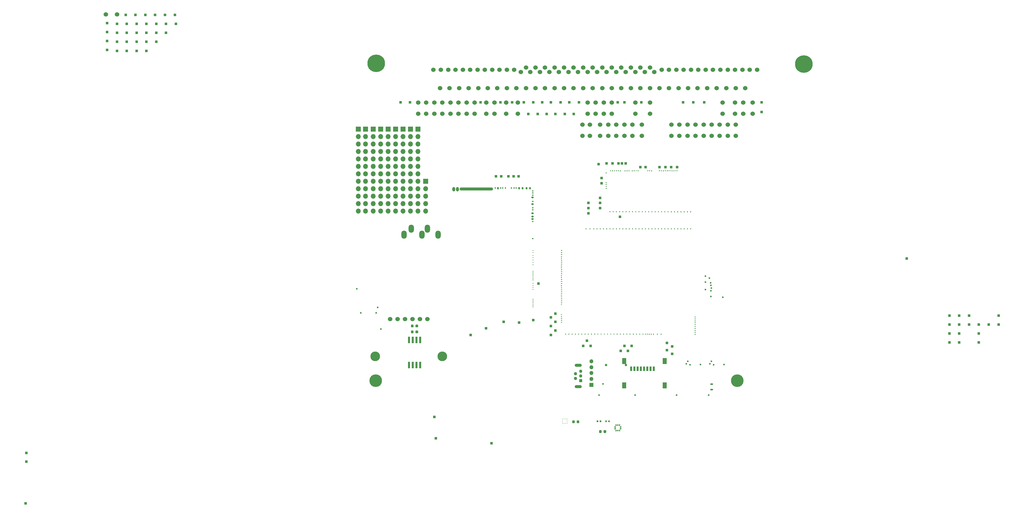
<source format=gbs>
G04 #@! TF.GenerationSoftware,KiCad,Pcbnew,(5.99.0-11164-g062c4fda62)*
G04 #@! TF.CreationDate,2021-07-14T15:35:42+03:00*
G04 #@! TF.ProjectId,hellen88bmw,68656c6c-656e-4383-9862-6d772e6b6963,rev?*
G04 #@! TF.SameCoordinates,PX3d1b110PY9269338*
G04 #@! TF.FileFunction,Soldermask,Bot*
G04 #@! TF.FilePolarity,Negative*
%FSLAX46Y46*%
G04 Gerber Fmt 4.6, Leading zero omitted, Abs format (unit mm)*
G04 Created by KiCad (PCBNEW (5.99.0-11164-g062c4fda62)) date 2021-07-14 15:35:42*
%MOMM*%
%LPD*%
G01*
G04 APERTURE LIST*
%ADD10C,6.000000*%
%ADD11C,1.524000*%
%ADD12R,1.700000X1.700000*%
%ADD13O,1.700000X1.700000*%
%ADD14C,4.300000*%
%ADD15R,0.850000X0.850000*%
%ADD16C,0.800000*%
%ADD17R,1.350000X1.350000*%
%ADD18O,1.350000X1.350000*%
%ADD19R,1.100000X1.100000*%
%ADD20C,1.100000*%
%ADD21O,2.400000X1.100000*%
%ADD22C,0.599999*%
%ADD23O,1.800000X2.800000*%
%ADD24C,3.302000*%
%ADD25O,1.000001X1.500000*%
%ADD26O,11.400000X1.100000*%
%ADD27O,0.399999X0.599999*%
%ADD28O,0.599999X0.800001*%
%ADD29O,0.599999X0.399999*%
%ADD30O,0.800001X0.599999*%
%ADD31O,0.399999X0.200000*%
%ADD32R,0.800000X1.500000*%
%ADD33R,1.450000X2.000000*%
%ADD34R,0.640000X2.160000*%
%ADD35R,0.275000X0.250000*%
%ADD36R,0.250000X0.275000*%
%ADD37O,1.000001X0.499999*%
G04 APERTURE END LIST*
D10*
G04 #@! TO.C,\u002Aref1*
X7632400Y113856400D03*
X153342400Y113606400D03*
D11*
X27142400Y111606400D03*
X32142400Y111606400D03*
X37142400Y111606400D03*
X42142400Y111606400D03*
X47142400Y111606400D03*
X52142400Y111606400D03*
X56892400Y110856400D03*
X60142400Y110856400D03*
X63392400Y110856400D03*
X66642400Y110856400D03*
X69892400Y110856400D03*
X73142400Y110856400D03*
X76392400Y110856400D03*
X79642400Y110856400D03*
X82892400Y110856400D03*
X86142400Y110856400D03*
X89392400Y110856400D03*
X92642400Y110856400D03*
X95892400Y110856400D03*
X99142400Y110856400D03*
X102392400Y110856400D03*
X107392400Y111606400D03*
X112392400Y111606400D03*
X117392400Y111606400D03*
X122392400Y111606400D03*
X127392400Y111606400D03*
X132392400Y111606400D03*
X137392400Y111606400D03*
X29642400Y111606400D03*
X34642400Y111606400D03*
X39642400Y111606400D03*
X44642400Y111606400D03*
X49642400Y111606400D03*
X54642400Y111606400D03*
X58642400Y112356400D03*
X61892400Y112356400D03*
X65142400Y112356400D03*
X68392400Y112356400D03*
X71642400Y112356400D03*
X74892400Y112356400D03*
X78142400Y112356400D03*
X81392400Y112356400D03*
X84642400Y112356400D03*
X87892400Y112356400D03*
X91142400Y112356400D03*
X94392400Y112356400D03*
X97642400Y112356400D03*
X100892400Y112356400D03*
X104892400Y111606400D03*
X109892400Y111606400D03*
X114892400Y111606400D03*
X119892400Y111606400D03*
X124892400Y111606400D03*
X129892400Y111606400D03*
X134892400Y111606400D03*
X29392400Y105356400D03*
X32642400Y105356400D03*
X35892400Y105356400D03*
X39142400Y105356400D03*
X42392400Y105356400D03*
X45642400Y105356400D03*
X48892400Y105356400D03*
X52142400Y105356400D03*
X55392400Y105356400D03*
X58642400Y105356400D03*
X61892400Y105356400D03*
X65142400Y105356400D03*
X68392400Y105356400D03*
X71642400Y105356400D03*
X74892400Y105356400D03*
X78142400Y105356400D03*
X81392400Y105356400D03*
X84642400Y105356400D03*
X87892400Y105356400D03*
X91142400Y105356400D03*
X94392400Y105356400D03*
X97642400Y105356400D03*
X100892400Y105356400D03*
X104142400Y105356400D03*
X107392400Y105356400D03*
X110642400Y105356400D03*
X113892400Y105356400D03*
X117142400Y105356400D03*
X120392400Y105356400D03*
X123642400Y105356400D03*
X126892400Y105356400D03*
X130142400Y105356400D03*
X133392400Y105356400D03*
G04 #@! TD*
G04 #@! TO.C,JP1*
X21926000Y100428000D03*
X21926000Y96618000D03*
G04 #@! TD*
G04 #@! TO.C,JP3*
X30176000Y100428000D03*
X30176000Y96618000D03*
G04 #@! TD*
G04 #@! TO.C,JP4*
X35676000Y100428000D03*
X35676000Y96618000D03*
G04 #@! TD*
G04 #@! TO.C,JP5*
X45176000Y100428000D03*
X45176000Y96618000D03*
G04 #@! TD*
G04 #@! TO.C,JP7*
X51926000Y100428000D03*
X51926000Y96618000D03*
G04 #@! TD*
G04 #@! TO.C,JP14*
X79676000Y100428000D03*
X79676000Y96618000D03*
G04 #@! TD*
G04 #@! TO.C,JP16*
X85176000Y100428000D03*
X85176000Y96618000D03*
G04 #@! TD*
G04 #@! TO.C,JP17*
X87926000Y100428000D03*
X87926000Y96618000D03*
G04 #@! TD*
G04 #@! TO.C,JP20*
X94926000Y92928000D03*
X94926000Y89118000D03*
G04 #@! TD*
G04 #@! TO.C,JP21*
X98176000Y92928000D03*
X98176000Y89118000D03*
G04 #@! TD*
G04 #@! TO.C,JP22*
X110926000Y92928000D03*
X110926000Y89118000D03*
G04 #@! TD*
G04 #@! TO.C,JP23*
X116426000Y92928000D03*
X116426000Y89118000D03*
G04 #@! TD*
G04 #@! TO.C,JP24*
X121926000Y92928000D03*
X121926000Y89118000D03*
G04 #@! TD*
G04 #@! TO.C,JP25*
X125676000Y100428000D03*
X125676000Y96618000D03*
G04 #@! TD*
G04 #@! TO.C,JP26*
X129926000Y100428000D03*
X129926000Y96618000D03*
G04 #@! TD*
G04 #@! TO.C,JP27*
X135926000Y100428000D03*
X135926000Y96618000D03*
G04 #@! TD*
G04 #@! TO.C,JP29*
X24676000Y100428000D03*
X24676000Y96618000D03*
G04 #@! TD*
G04 #@! TO.C,JP31*
X32926000Y100428000D03*
X32926000Y96618000D03*
G04 #@! TD*
G04 #@! TO.C,JP32*
X41176000Y100428000D03*
X41176000Y96618000D03*
G04 #@! TD*
G04 #@! TO.C,JP33*
X47926000Y100428000D03*
X47926000Y96618000D03*
G04 #@! TD*
G04 #@! TO.C,JP35*
X55926000Y100428000D03*
X55926000Y96618000D03*
G04 #@! TD*
G04 #@! TO.C,JP41*
X77926000Y92928000D03*
X77926000Y89118000D03*
G04 #@! TD*
G04 #@! TO.C,JP42*
X80426000Y92928000D03*
X80426000Y89118000D03*
G04 #@! TD*
G04 #@! TO.C,JP43*
X82426000Y100428000D03*
X82426000Y96618000D03*
G04 #@! TD*
G04 #@! TO.C,JP44*
X86676000Y92928000D03*
X86676000Y89118000D03*
G04 #@! TD*
G04 #@! TO.C,JP46*
X89426000Y92928000D03*
X89426000Y89118000D03*
G04 #@! TD*
G04 #@! TO.C,JP47*
X92176000Y92928000D03*
X92176000Y89118000D03*
G04 #@! TD*
G04 #@! TO.C,JP50*
X113676000Y92928000D03*
X113676000Y89118000D03*
G04 #@! TD*
G04 #@! TO.C,JP51*
X119176000Y92928000D03*
X119176000Y89118000D03*
G04 #@! TD*
G04 #@! TO.C,JP52*
X124676000Y92928000D03*
X124676000Y89118000D03*
G04 #@! TD*
G04 #@! TO.C,JP54*
X132676000Y100428000D03*
X132676000Y96618000D03*
G04 #@! TD*
G04 #@! TO.C,JP56*
X27426000Y100428000D03*
X27426000Y96618000D03*
G04 #@! TD*
G04 #@! TO.C,JP73*
X83926000Y92928000D03*
X83926000Y89118000D03*
G04 #@! TD*
G04 #@! TO.C,JP77*
X95926000Y100428000D03*
X95926000Y96618000D03*
G04 #@! TD*
G04 #@! TO.C,JP78*
X100926000Y100428000D03*
X100926000Y96618000D03*
G04 #@! TD*
G04 #@! TO.C,JP85*
X130176000Y92928000D03*
X130176000Y89118000D03*
G04 #@! TD*
G04 #@! TO.C,JP86*
X127426000Y92928000D03*
X127426000Y89118000D03*
G04 #@! TD*
G04 #@! TO.C,JP59*
X38426000Y100428000D03*
X38426000Y96618000D03*
G04 #@! TD*
G04 #@! TO.C,JP49*
X108176000Y92928000D03*
X108176000Y89118000D03*
G04 #@! TD*
D12*
G04 #@! TO.C,J4*
X24476000Y73653000D03*
D13*
X24476000Y71113000D03*
X24476000Y68573000D03*
X24476000Y66033000D03*
X24476000Y63493000D03*
G04 #@! TD*
D12*
G04 #@! TO.C,J5*
X1516000Y91433000D03*
D13*
X1516000Y88893000D03*
X1516000Y86353000D03*
X1516000Y83813000D03*
X1516000Y81273000D03*
X1516000Y78733000D03*
X1516000Y76193000D03*
X1516000Y73653000D03*
X1516000Y71113000D03*
X1516000Y68573000D03*
X1516000Y66033000D03*
X1516000Y63493000D03*
G04 #@! TD*
D12*
G04 #@! TO.C,J6*
X3976001Y91433000D03*
D13*
X3976001Y88893000D03*
X3976001Y86353000D03*
X3976001Y83813000D03*
X3976001Y81273000D03*
X3976001Y78733000D03*
X3976001Y76193000D03*
X3976001Y73653000D03*
X3976001Y71113000D03*
X3976001Y68573000D03*
X3976001Y66033000D03*
X3976001Y63493000D03*
G04 #@! TD*
D12*
G04 #@! TO.C,J7*
X6596000Y91433000D03*
D13*
X6596000Y88893000D03*
X6596000Y86353000D03*
X6596000Y83813000D03*
X6596000Y81273000D03*
X6596000Y78733000D03*
X6596000Y76193000D03*
X6596000Y73653000D03*
X6596000Y71113000D03*
X6596000Y68573000D03*
X6596000Y66033000D03*
X6596000Y63493000D03*
G04 #@! TD*
D12*
G04 #@! TO.C,J8*
X9136000Y91433000D03*
D13*
X9136000Y88893000D03*
X9136000Y86353000D03*
X9136000Y83813000D03*
X9136000Y81273000D03*
X9136000Y78733000D03*
X9136000Y76193000D03*
X9136000Y73653000D03*
X9136000Y71113000D03*
X9136000Y68573000D03*
X9136000Y66033000D03*
X9136000Y63493000D03*
G04 #@! TD*
D12*
G04 #@! TO.C,J9*
X11676000Y91433000D03*
D13*
X11676000Y88893000D03*
X11676000Y86353000D03*
X11676000Y83813000D03*
X11676000Y81273000D03*
X11676000Y78733000D03*
X11676000Y76193000D03*
X11676000Y73653000D03*
X11676000Y71113000D03*
X11676000Y68573000D03*
X11676000Y66033000D03*
X11676000Y63493000D03*
G04 #@! TD*
D12*
G04 #@! TO.C,J10*
X14216000Y91433000D03*
D13*
X14216000Y88893000D03*
X14216000Y86353000D03*
X14216000Y83813000D03*
X14216000Y81273000D03*
X14216000Y78733000D03*
X14216000Y76193000D03*
X14216000Y73653000D03*
X14216000Y71113000D03*
X14216000Y68573000D03*
X14216000Y66033000D03*
X14216000Y63493000D03*
G04 #@! TD*
D12*
G04 #@! TO.C,J11*
X16756000Y91433000D03*
D13*
X16756000Y88893000D03*
X16756000Y86353000D03*
X16756000Y83813000D03*
X16756000Y81273000D03*
X16756000Y78733000D03*
X16756000Y76193000D03*
X16756000Y73653000D03*
X16756000Y71113000D03*
X16756000Y68573000D03*
X16756000Y66033000D03*
X16756000Y63493000D03*
G04 #@! TD*
D12*
G04 #@! TO.C,J12*
X19296000Y91433000D03*
D13*
X19296000Y88893000D03*
X19296000Y86353000D03*
X19296000Y83813000D03*
X19296000Y81273000D03*
X19296000Y78733000D03*
X19296000Y76193000D03*
X19296000Y73653000D03*
X19296000Y71113000D03*
X19296000Y68573000D03*
X19296000Y66033000D03*
X19296000Y63493000D03*
G04 #@! TD*
D12*
G04 #@! TO.C,J13*
X21836000Y91433000D03*
D13*
X21836000Y88893000D03*
X21836000Y86353000D03*
X21836000Y83813000D03*
X21836000Y81273000D03*
X21836000Y78733000D03*
X21836000Y76193000D03*
X21836000Y73653000D03*
X21836000Y71113000D03*
X21836000Y68573000D03*
X21836000Y66033000D03*
X21836000Y63493000D03*
G04 #@! TD*
D14*
G04 #@! TO.C,H1*
X130622000Y5663000D03*
G04 #@! TD*
G04 #@! TO.C,H2*
X7432000Y5663000D03*
G04 #@! TD*
D15*
G04 #@! TO.C,VOUT18*
X202926000Y21723000D03*
G04 #@! TD*
G04 #@! TO.C,VOUT27*
X-64336000Y130309530D03*
G04 #@! TD*
G04 #@! TO.C,VIN16*
X84396002Y74733003D03*
G04 #@! TD*
G04 #@! TO.C,VOUT20*
X209626000Y24773000D03*
G04 #@! TD*
G04 #@! TO.C,VOUT1*
X-111574000Y-18977000D03*
G04 #@! TD*
G04 #@! TO.C,MMCU14*
X202926000Y18673000D03*
G04 #@! TD*
G04 #@! TO.C,VIN14*
X99396002Y78483003D03*
G04 #@! TD*
G04 #@! TO.C,MMCU4*
X106676000Y16023000D03*
G04 #@! TD*
G04 #@! TO.C,MMCU31*
X39826000Y21223000D03*
G04 #@! TD*
G04 #@! TO.C,cr8*
X15926000Y100523000D03*
G04 #@! TD*
D16*
G04 #@! TO.C,SW2*
X92676000Y10973000D03*
G04 #@! TD*
D15*
G04 #@! TO.C,MMCU28*
X188426000Y47273000D03*
G04 #@! TD*
G04 #@! TO.C,VOUT10*
X206276000Y21723000D03*
G04 #@! TD*
G04 #@! TO.C,cr1*
X70426000Y100523000D03*
G04 #@! TD*
G04 #@! TO.C,MMCU30*
X45076000Y23473000D03*
G04 #@! TD*
G04 #@! TO.C,MMCU18*
X212976000Y18673000D03*
G04 #@! TD*
G04 #@! TO.C,VIN11*
X83396002Y79483003D03*
G04 #@! TD*
G04 #@! TO.C,VIN4*
X108146002Y78483003D03*
G04 #@! TD*
G04 #@! TO.C,cr11*
X67176000Y100523000D03*
G04 #@! TD*
G04 #@! TO.C,P3*
X-84066000Y118409530D03*
G04 #@! TD*
G04 #@! TO.C,MMCU9*
X68676000Y22723000D03*
G04 #@! TD*
G04 #@! TO.C,VIN6*
X83896002Y66233003D03*
G04 #@! TD*
G04 #@! TO.C,VOUT5*
X50176000Y75273000D03*
G04 #@! TD*
G04 #@! TO.C,VIN19*
X-80716000Y124209530D03*
G04 #@! TD*
G04 #@! TO.C,KNOCK_RAW2*
X74926000Y96523000D03*
G04 #@! TD*
G04 #@! TO.C,MMCU2*
X106676000Y18523000D03*
G04 #@! TD*
G04 #@! TO.C,VIN18*
X-80716000Y121159530D03*
G04 #@! TD*
G04 #@! TO.C,MMCU7*
X78176000Y17473000D03*
G04 #@! TD*
D17*
G04 #@! TO.C,J2*
X80926000Y4223000D03*
D18*
X80926000Y6223000D03*
X80926000Y8223000D03*
X80926000Y10223000D03*
X80926000Y12223000D03*
G04 #@! TD*
G04 #@! TO.C,M7*
G36*
G01*
X85881000Y71329480D02*
X86131000Y71329480D01*
G75*
G02*
X86256000Y71204480I0J-125000D01*
G01*
X86256000Y71204480D01*
G75*
G02*
X86131000Y71079480I-125000J0D01*
G01*
X85881000Y71079480D01*
G75*
G02*
X85756000Y71204480I0J125000D01*
G01*
X85756000Y71204480D01*
G75*
G02*
X85881000Y71329480I125000J0D01*
G01*
G37*
G36*
G01*
X85881000Y71989481D02*
X86131000Y71989481D01*
G75*
G02*
X86256000Y71864481I0J-125000D01*
G01*
X86256000Y71864481D01*
G75*
G02*
X86131000Y71739481I-125000J0D01*
G01*
X85881000Y71739481D01*
G75*
G02*
X85756000Y71864481I0J125000D01*
G01*
X85756000Y71864481D01*
G75*
G02*
X85881000Y71989481I125000J0D01*
G01*
G37*
G36*
G01*
X85881000Y72649482D02*
X86131000Y72649482D01*
G75*
G02*
X86256000Y72524482I0J-125000D01*
G01*
X86256000Y72524482D01*
G75*
G02*
X86131000Y72399482I-125000J0D01*
G01*
X85881000Y72399482D01*
G75*
G02*
X85756000Y72524482I0J125000D01*
G01*
X85756000Y72524482D01*
G75*
G02*
X85881000Y72649482I125000J0D01*
G01*
G37*
G36*
G01*
X85881000Y73309483D02*
X86131000Y73309483D01*
G75*
G02*
X86256000Y73184483I0J-125000D01*
G01*
X86256000Y73184483D01*
G75*
G02*
X86131000Y73059483I-125000J0D01*
G01*
X85881000Y73059483D01*
G75*
G02*
X85756000Y73184483I0J125000D01*
G01*
X85756000Y73184483D01*
G75*
G02*
X85881000Y73309483I125000J0D01*
G01*
G37*
G36*
G01*
X85881000Y76609490D02*
X86131000Y76609490D01*
G75*
G02*
X86256000Y76484490I0J-125000D01*
G01*
X86256000Y76484490D01*
G75*
G02*
X86131000Y76359490I-125000J0D01*
G01*
X85881000Y76359490D01*
G75*
G02*
X85756000Y76484490I0J125000D01*
G01*
X85756000Y76484490D01*
G75*
G02*
X85881000Y76609490I125000J0D01*
G01*
G37*
G36*
G01*
X114651002Y63110687D02*
X114651002Y63360687D01*
G75*
G02*
X114776002Y63485687I125000J0D01*
G01*
X114776002Y63485687D01*
G75*
G02*
X114901002Y63360687I0J-125000D01*
G01*
X114901002Y63110687D01*
G75*
G02*
X114776002Y62985687I-125000J0D01*
G01*
X114776002Y62985687D01*
G75*
G02*
X114651002Y63110687I0J125000D01*
G01*
G37*
G36*
G01*
X113800998Y63360687D02*
X113800998Y63110687D01*
G75*
G02*
X113675998Y62985687I-125000J0D01*
G01*
X113675998Y62985687D01*
G75*
G02*
X113550998Y63110687I0J125000D01*
G01*
X113550998Y63360687D01*
G75*
G02*
X113675998Y63485687I125000J0D01*
G01*
X113675998Y63485687D01*
G75*
G02*
X113800998Y63360687I0J-125000D01*
G01*
G37*
G36*
G01*
X112700997Y63360687D02*
X112700997Y63110687D01*
G75*
G02*
X112575997Y62985687I-125000J0D01*
G01*
X112575997Y62985687D01*
G75*
G02*
X112450997Y63110687I0J125000D01*
G01*
X112450997Y63360687D01*
G75*
G02*
X112575997Y63485687I125000J0D01*
G01*
X112575997Y63485687D01*
G75*
G02*
X112700997Y63360687I0J-125000D01*
G01*
G37*
G36*
G01*
X111601000Y63360687D02*
X111601000Y63110687D01*
G75*
G02*
X111476000Y62985687I-125000J0D01*
G01*
X111476000Y62985687D01*
G75*
G02*
X111351000Y63110687I0J125000D01*
G01*
X111351000Y63360687D01*
G75*
G02*
X111476000Y63485687I125000J0D01*
G01*
X111476000Y63485687D01*
G75*
G02*
X111601000Y63360687I0J-125000D01*
G01*
G37*
G36*
G01*
X110501002Y63360687D02*
X110501002Y63110687D01*
G75*
G02*
X110376002Y62985687I-125000J0D01*
G01*
X110376002Y62985687D01*
G75*
G02*
X110251002Y63110687I0J125000D01*
G01*
X110251002Y63360687D01*
G75*
G02*
X110376002Y63485687I125000J0D01*
G01*
X110376002Y63485687D01*
G75*
G02*
X110501002Y63360687I0J-125000D01*
G01*
G37*
G36*
G01*
X109401004Y63360687D02*
X109401004Y63110687D01*
G75*
G02*
X109276004Y62985687I-125000J0D01*
G01*
X109276004Y62985687D01*
G75*
G02*
X109151004Y63110687I0J125000D01*
G01*
X109151004Y63360687D01*
G75*
G02*
X109276004Y63485687I125000J0D01*
G01*
X109276004Y63485687D01*
G75*
G02*
X109401004Y63360687I0J-125000D01*
G01*
G37*
G36*
G01*
X108301006Y63360687D02*
X108301006Y63110687D01*
G75*
G02*
X108176006Y62985687I-125000J0D01*
G01*
X108176006Y62985687D01*
G75*
G02*
X108051006Y63110687I0J125000D01*
G01*
X108051006Y63360687D01*
G75*
G02*
X108176006Y63485687I125000J0D01*
G01*
X108176006Y63485687D01*
G75*
G02*
X108301006Y63360687I0J-125000D01*
G01*
G37*
G36*
G01*
X107201008Y63360687D02*
X107201008Y63110687D01*
G75*
G02*
X107076008Y62985687I-125000J0D01*
G01*
X107076008Y62985687D01*
G75*
G02*
X106951008Y63110687I0J125000D01*
G01*
X106951008Y63360687D01*
G75*
G02*
X107076008Y63485687I125000J0D01*
G01*
X107076008Y63485687D01*
G75*
G02*
X107201008Y63360687I0J-125000D01*
G01*
G37*
G36*
G01*
X106101011Y63360687D02*
X106101011Y63110687D01*
G75*
G02*
X105976011Y62985687I-125000J0D01*
G01*
X105976011Y62985687D01*
G75*
G02*
X105851011Y63110687I0J125000D01*
G01*
X105851011Y63360687D01*
G75*
G02*
X105976011Y63485687I125000J0D01*
G01*
X105976011Y63485687D01*
G75*
G02*
X106101011Y63360687I0J-125000D01*
G01*
G37*
G36*
G01*
X105001013Y63360687D02*
X105001013Y63110687D01*
G75*
G02*
X104876013Y62985687I-125000J0D01*
G01*
X104876013Y62985687D01*
G75*
G02*
X104751013Y63110687I0J125000D01*
G01*
X104751013Y63360687D01*
G75*
G02*
X104876013Y63485687I125000J0D01*
G01*
X104876013Y63485687D01*
G75*
G02*
X105001013Y63360687I0J-125000D01*
G01*
G37*
G36*
G01*
X103901015Y63360687D02*
X103901015Y63110687D01*
G75*
G02*
X103776015Y62985687I-125000J0D01*
G01*
X103776015Y62985687D01*
G75*
G02*
X103651015Y63110687I0J125000D01*
G01*
X103651015Y63360687D01*
G75*
G02*
X103776015Y63485687I125000J0D01*
G01*
X103776015Y63485687D01*
G75*
G02*
X103901015Y63360687I0J-125000D01*
G01*
G37*
G36*
G01*
X102801017Y63360687D02*
X102801017Y63110687D01*
G75*
G02*
X102676017Y62985687I-125000J0D01*
G01*
X102676017Y62985687D01*
G75*
G02*
X102551017Y63110687I0J125000D01*
G01*
X102551017Y63360687D01*
G75*
G02*
X102676017Y63485687I125000J0D01*
G01*
X102676017Y63485687D01*
G75*
G02*
X102801017Y63360687I0J-125000D01*
G01*
G37*
G36*
G01*
X101701019Y63360687D02*
X101701019Y63110687D01*
G75*
G02*
X101576019Y62985687I-125000J0D01*
G01*
X101576019Y62985687D01*
G75*
G02*
X101451019Y63110687I0J125000D01*
G01*
X101451019Y63360687D01*
G75*
G02*
X101576019Y63485687I125000J0D01*
G01*
X101576019Y63485687D01*
G75*
G02*
X101701019Y63360687I0J-125000D01*
G01*
G37*
G36*
G01*
X100601022Y63360687D02*
X100601022Y63110687D01*
G75*
G02*
X100476022Y62985687I-125000J0D01*
G01*
X100476022Y62985687D01*
G75*
G02*
X100351022Y63110687I0J125000D01*
G01*
X100351022Y63360687D01*
G75*
G02*
X100476022Y63485687I125000J0D01*
G01*
X100476022Y63485687D01*
G75*
G02*
X100601022Y63360687I0J-125000D01*
G01*
G37*
G36*
G01*
X99501024Y63360687D02*
X99501024Y63110687D01*
G75*
G02*
X99376024Y62985687I-125000J0D01*
G01*
X99376024Y62985687D01*
G75*
G02*
X99251024Y63110687I0J125000D01*
G01*
X99251024Y63360687D01*
G75*
G02*
X99376024Y63485687I125000J0D01*
G01*
X99376024Y63485687D01*
G75*
G02*
X99501024Y63360687I0J-125000D01*
G01*
G37*
G36*
G01*
X98401026Y63360687D02*
X98401026Y63110687D01*
G75*
G02*
X98276026Y62985687I-125000J0D01*
G01*
X98276026Y62985687D01*
G75*
G02*
X98151026Y63110687I0J125000D01*
G01*
X98151026Y63360687D01*
G75*
G02*
X98276026Y63485687I125000J0D01*
G01*
X98276026Y63485687D01*
G75*
G02*
X98401026Y63360687I0J-125000D01*
G01*
G37*
G36*
G01*
X97301028Y63360687D02*
X97301028Y63110687D01*
G75*
G02*
X97176028Y62985687I-125000J0D01*
G01*
X97176028Y62985687D01*
G75*
G02*
X97051028Y63110687I0J125000D01*
G01*
X97051028Y63360687D01*
G75*
G02*
X97176028Y63485687I125000J0D01*
G01*
X97176028Y63485687D01*
G75*
G02*
X97301028Y63360687I0J-125000D01*
G01*
G37*
G36*
G01*
X96201030Y63360687D02*
X96201030Y63110687D01*
G75*
G02*
X96076030Y62985687I-125000J0D01*
G01*
X96076030Y62985687D01*
G75*
G02*
X95951030Y63110687I0J125000D01*
G01*
X95951030Y63360687D01*
G75*
G02*
X96076030Y63485687I125000J0D01*
G01*
X96076030Y63485687D01*
G75*
G02*
X96201030Y63360687I0J-125000D01*
G01*
G37*
G36*
G01*
X95101033Y63360687D02*
X95101033Y63110687D01*
G75*
G02*
X94976033Y62985687I-125000J0D01*
G01*
X94976033Y62985687D01*
G75*
G02*
X94851033Y63110687I0J125000D01*
G01*
X94851033Y63360687D01*
G75*
G02*
X94976033Y63485687I125000J0D01*
G01*
X94976033Y63485687D01*
G75*
G02*
X95101033Y63360687I0J-125000D01*
G01*
G37*
G36*
G01*
X94001035Y63360687D02*
X94001035Y63110687D01*
G75*
G02*
X93876035Y62985687I-125000J0D01*
G01*
X93876035Y62985687D01*
G75*
G02*
X93751035Y63110687I0J125000D01*
G01*
X93751035Y63360687D01*
G75*
G02*
X93876035Y63485687I125000J0D01*
G01*
X93876035Y63485687D01*
G75*
G02*
X94001035Y63360687I0J-125000D01*
G01*
G37*
G36*
G01*
X92901037Y63360687D02*
X92901037Y63110687D01*
G75*
G02*
X92776037Y62985687I-125000J0D01*
G01*
X92776037Y62985687D01*
G75*
G02*
X92651037Y63110687I0J125000D01*
G01*
X92651037Y63360687D01*
G75*
G02*
X92776037Y63485687I125000J0D01*
G01*
X92776037Y63485687D01*
G75*
G02*
X92901037Y63360687I0J-125000D01*
G01*
G37*
G36*
G01*
X91801039Y63360687D02*
X91801039Y63110687D01*
G75*
G02*
X91676039Y62985687I-125000J0D01*
G01*
X91676039Y62985687D01*
G75*
G02*
X91551039Y63110687I0J125000D01*
G01*
X91551039Y63360687D01*
G75*
G02*
X91676039Y63485687I125000J0D01*
G01*
X91676039Y63485687D01*
G75*
G02*
X91801039Y63360687I0J-125000D01*
G01*
G37*
G36*
G01*
X90701041Y63360687D02*
X90701041Y63110687D01*
G75*
G02*
X90576041Y62985687I-125000J0D01*
G01*
X90576041Y62985687D01*
G75*
G02*
X90451041Y63110687I0J125000D01*
G01*
X90451041Y63360687D01*
G75*
G02*
X90576041Y63485687I125000J0D01*
G01*
X90576041Y63485687D01*
G75*
G02*
X90701041Y63360687I0J-125000D01*
G01*
G37*
G36*
G01*
X89601044Y63360687D02*
X89601044Y63110687D01*
G75*
G02*
X89476044Y62985687I-125000J0D01*
G01*
X89476044Y62985687D01*
G75*
G02*
X89351044Y63110687I0J125000D01*
G01*
X89351044Y63360687D01*
G75*
G02*
X89476044Y63485687I125000J0D01*
G01*
X89476044Y63485687D01*
G75*
G02*
X89601044Y63360687I0J-125000D01*
G01*
G37*
G36*
G01*
X88501046Y63360687D02*
X88501046Y63110687D01*
G75*
G02*
X88376046Y62985687I-125000J0D01*
G01*
X88376046Y62985687D01*
G75*
G02*
X88251046Y63110687I0J125000D01*
G01*
X88251046Y63360687D01*
G75*
G02*
X88376046Y63485687I125000J0D01*
G01*
X88376046Y63485687D01*
G75*
G02*
X88501046Y63360687I0J-125000D01*
G01*
G37*
G36*
G01*
X87401048Y63360687D02*
X87401048Y63110687D01*
G75*
G02*
X87276048Y62985687I-125000J0D01*
G01*
X87276048Y62985687D01*
G75*
G02*
X87151048Y63110687I0J125000D01*
G01*
X87151048Y63360687D01*
G75*
G02*
X87276048Y63485687I125000J0D01*
G01*
X87276048Y63485687D01*
G75*
G02*
X87401048Y63360687I0J-125000D01*
G01*
G37*
G36*
G01*
X87651992Y77322686D02*
X87651992Y77072686D01*
G75*
G02*
X87526992Y76947686I-125000J0D01*
G01*
X87526992Y76947686D01*
G75*
G02*
X87401992Y77072686I0J125000D01*
G01*
X87401992Y77322686D01*
G75*
G02*
X87526992Y77447686I125000J0D01*
G01*
X87526992Y77447686D01*
G75*
G02*
X87651992Y77322686I0J-125000D01*
G01*
G37*
G36*
G01*
X88311994Y77322686D02*
X88311994Y77072686D01*
G75*
G02*
X88186994Y76947686I-125000J0D01*
G01*
X88186994Y76947686D01*
G75*
G02*
X88061994Y77072686I0J125000D01*
G01*
X88061994Y77322686D01*
G75*
G02*
X88186994Y77447686I125000J0D01*
G01*
X88186994Y77447686D01*
G75*
G02*
X88311994Y77322686I0J-125000D01*
G01*
G37*
G36*
G01*
X88971995Y77322686D02*
X88971995Y77072686D01*
G75*
G02*
X88846995Y76947686I-125000J0D01*
G01*
X88846995Y76947686D01*
G75*
G02*
X88721995Y77072686I0J125000D01*
G01*
X88721995Y77322686D01*
G75*
G02*
X88846995Y77447686I125000J0D01*
G01*
X88846995Y77447686D01*
G75*
G02*
X88971995Y77322686I0J-125000D01*
G01*
G37*
G36*
G01*
X89631996Y77322686D02*
X89631996Y77072686D01*
G75*
G02*
X89506996Y76947686I-125000J0D01*
G01*
X89506996Y76947686D01*
G75*
G02*
X89381996Y77072686I0J125000D01*
G01*
X89381996Y77322686D01*
G75*
G02*
X89506996Y77447686I125000J0D01*
G01*
X89506996Y77447686D01*
G75*
G02*
X89631996Y77322686I0J-125000D01*
G01*
G37*
G36*
G01*
X90291997Y77322686D02*
X90291997Y77072686D01*
G75*
G02*
X90166997Y76947686I-125000J0D01*
G01*
X90166997Y76947686D01*
G75*
G02*
X90041997Y77072686I0J125000D01*
G01*
X90041997Y77322686D01*
G75*
G02*
X90166997Y77447686I125000J0D01*
G01*
X90166997Y77447686D01*
G75*
G02*
X90291997Y77322686I0J-125000D01*
G01*
G37*
G36*
G01*
X90951999Y77322686D02*
X90951999Y77072686D01*
G75*
G02*
X90826999Y76947686I-125000J0D01*
G01*
X90826999Y76947686D01*
G75*
G02*
X90701999Y77072686I0J125000D01*
G01*
X90701999Y77322686D01*
G75*
G02*
X90826999Y77447686I125000J0D01*
G01*
X90826999Y77447686D01*
G75*
G02*
X90951999Y77322686I0J-125000D01*
G01*
G37*
G36*
G01*
X92552996Y77322686D02*
X92552996Y77072686D01*
G75*
G02*
X92427996Y76947686I-125000J0D01*
G01*
X92427996Y76947686D01*
G75*
G02*
X92302996Y77072686I0J125000D01*
G01*
X92302996Y77322686D01*
G75*
G02*
X92427996Y77447686I125000J0D01*
G01*
X92427996Y77447686D01*
G75*
G02*
X92552996Y77322686I0J-125000D01*
G01*
G37*
G36*
G01*
X93212997Y77322686D02*
X93212997Y77072686D01*
G75*
G02*
X93087997Y76947686I-125000J0D01*
G01*
X93087997Y76947686D01*
G75*
G02*
X92962997Y77072686I0J125000D01*
G01*
X92962997Y77322686D01*
G75*
G02*
X93087997Y77447686I125000J0D01*
G01*
X93087997Y77447686D01*
G75*
G02*
X93212997Y77322686I0J-125000D01*
G01*
G37*
G36*
G01*
X93872999Y77322686D02*
X93872999Y77072686D01*
G75*
G02*
X93747999Y76947686I-125000J0D01*
G01*
X93747999Y76947686D01*
G75*
G02*
X93622999Y77072686I0J125000D01*
G01*
X93622999Y77322686D01*
G75*
G02*
X93747999Y77447686I125000J0D01*
G01*
X93747999Y77447686D01*
G75*
G02*
X93872999Y77322686I0J-125000D01*
G01*
G37*
G36*
G01*
X94993898Y77322686D02*
X94993898Y77072686D01*
G75*
G02*
X94868898Y76947686I-125000J0D01*
G01*
X94868898Y76947686D01*
G75*
G02*
X94743898Y77072686I0J125000D01*
G01*
X94743898Y77322686D01*
G75*
G02*
X94868898Y77447686I125000J0D01*
G01*
X94868898Y77447686D01*
G75*
G02*
X94993898Y77322686I0J-125000D01*
G01*
G37*
G36*
G01*
X95653899Y77322686D02*
X95653899Y77072686D01*
G75*
G02*
X95528899Y76947686I-125000J0D01*
G01*
X95528899Y76947686D01*
G75*
G02*
X95403899Y77072686I0J125000D01*
G01*
X95403899Y77322686D01*
G75*
G02*
X95528899Y77447686I125000J0D01*
G01*
X95528899Y77447686D01*
G75*
G02*
X95653899Y77322686I0J-125000D01*
G01*
G37*
G36*
G01*
X96313900Y77322686D02*
X96313900Y77072686D01*
G75*
G02*
X96188900Y76947686I-125000J0D01*
G01*
X96188900Y76947686D01*
G75*
G02*
X96063900Y77072686I0J125000D01*
G01*
X96063900Y77322686D01*
G75*
G02*
X96188900Y77447686I125000J0D01*
G01*
X96188900Y77447686D01*
G75*
G02*
X96313900Y77322686I0J-125000D01*
G01*
G37*
G36*
G01*
X96973902Y77322686D02*
X96973902Y77072686D01*
G75*
G02*
X96848902Y76947686I-125000J0D01*
G01*
X96848902Y76947686D01*
G75*
G02*
X96723902Y77072686I0J125000D01*
G01*
X96723902Y77322686D01*
G75*
G02*
X96848902Y77447686I125000J0D01*
G01*
X96848902Y77447686D01*
G75*
G02*
X96973902Y77322686I0J-125000D01*
G01*
G37*
G36*
G01*
X100299996Y77322686D02*
X100299996Y77072686D01*
G75*
G02*
X100174996Y76947686I-125000J0D01*
G01*
X100174996Y76947686D01*
G75*
G02*
X100049996Y77072686I0J125000D01*
G01*
X100049996Y77322686D01*
G75*
G02*
X100174996Y77447686I125000J0D01*
G01*
X100174996Y77447686D01*
G75*
G02*
X100299996Y77322686I0J-125000D01*
G01*
G37*
G36*
G01*
X100959997Y77322686D02*
X100959997Y77072686D01*
G75*
G02*
X100834997Y76947686I-125000J0D01*
G01*
X100834997Y76947686D01*
G75*
G02*
X100709997Y77072686I0J125000D01*
G01*
X100709997Y77322686D01*
G75*
G02*
X100834997Y77447686I125000J0D01*
G01*
X100834997Y77447686D01*
G75*
G02*
X100959997Y77322686I0J-125000D01*
G01*
G37*
G36*
G01*
X101619999Y77322686D02*
X101619999Y77072686D01*
G75*
G02*
X101494999Y76947686I-125000J0D01*
G01*
X101494999Y76947686D01*
G75*
G02*
X101369999Y77072686I0J125000D01*
G01*
X101369999Y77322686D01*
G75*
G02*
X101494999Y77447686I125000J0D01*
G01*
X101494999Y77447686D01*
G75*
G02*
X101619999Y77322686I0J-125000D01*
G01*
G37*
G36*
G01*
X104265990Y77322686D02*
X104265990Y77072686D01*
G75*
G02*
X104140990Y76947686I-125000J0D01*
G01*
X104140990Y76947686D01*
G75*
G02*
X104015990Y77072686I0J125000D01*
G01*
X104015990Y77322686D01*
G75*
G02*
X104140990Y77447686I125000J0D01*
G01*
X104140990Y77447686D01*
G75*
G02*
X104265990Y77322686I0J-125000D01*
G01*
G37*
G36*
G01*
X104925991Y77322686D02*
X104925991Y77072686D01*
G75*
G02*
X104800991Y76947686I-125000J0D01*
G01*
X104800991Y76947686D01*
G75*
G02*
X104675991Y77072686I0J125000D01*
G01*
X104675991Y77322686D01*
G75*
G02*
X104800991Y77447686I125000J0D01*
G01*
X104800991Y77447686D01*
G75*
G02*
X104925991Y77322686I0J-125000D01*
G01*
G37*
G36*
G01*
X105585993Y77322686D02*
X105585993Y77072686D01*
G75*
G02*
X105460993Y76947686I-125000J0D01*
G01*
X105460993Y76947686D01*
G75*
G02*
X105335993Y77072686I0J125000D01*
G01*
X105335993Y77322686D01*
G75*
G02*
X105460993Y77447686I125000J0D01*
G01*
X105460993Y77447686D01*
G75*
G02*
X105585993Y77322686I0J-125000D01*
G01*
G37*
G36*
G01*
X106245994Y77322686D02*
X106245994Y77072686D01*
G75*
G02*
X106120994Y76947686I-125000J0D01*
G01*
X106120994Y76947686D01*
G75*
G02*
X105995994Y77072686I0J125000D01*
G01*
X105995994Y77322686D01*
G75*
G02*
X106120994Y77447686I125000J0D01*
G01*
X106120994Y77447686D01*
G75*
G02*
X106245994Y77322686I0J-125000D01*
G01*
G37*
G36*
G01*
X106905995Y77322686D02*
X106905995Y77072686D01*
G75*
G02*
X106780995Y76947686I-125000J0D01*
G01*
X106780995Y76947686D01*
G75*
G02*
X106655995Y77072686I0J125000D01*
G01*
X106655995Y77322686D01*
G75*
G02*
X106780995Y77447686I125000J0D01*
G01*
X106780995Y77447686D01*
G75*
G02*
X106905995Y77322686I0J-125000D01*
G01*
G37*
G36*
G01*
X107565996Y77322686D02*
X107565996Y77072686D01*
G75*
G02*
X107440996Y76947686I-125000J0D01*
G01*
X107440996Y76947686D01*
G75*
G02*
X107315996Y77072686I0J125000D01*
G01*
X107315996Y77322686D01*
G75*
G02*
X107440996Y77447686I125000J0D01*
G01*
X107440996Y77447686D01*
G75*
G02*
X107565996Y77322686I0J-125000D01*
G01*
G37*
G36*
G01*
X108225998Y77322686D02*
X108225998Y77072686D01*
G75*
G02*
X108100998Y76947686I-125000J0D01*
G01*
X108100998Y76947686D01*
G75*
G02*
X107975998Y77072686I0J125000D01*
G01*
X107975998Y77322686D01*
G75*
G02*
X108100998Y77447686I125000J0D01*
G01*
X108100998Y77447686D01*
G75*
G02*
X108225998Y77322686I0J-125000D01*
G01*
G37*
G36*
G01*
X108885999Y77322686D02*
X108885999Y77072686D01*
G75*
G02*
X108760999Y76947686I-125000J0D01*
G01*
X108760999Y76947686D01*
G75*
G02*
X108635999Y77072686I0J125000D01*
G01*
X108635999Y77322686D01*
G75*
G02*
X108760999Y77447686I125000J0D01*
G01*
X108760999Y77447686D01*
G75*
G02*
X108885999Y77322686I0J-125000D01*
G01*
G37*
G36*
G01*
X109546000Y77322686D02*
X109546000Y77072686D01*
G75*
G02*
X109421000Y76947686I-125000J0D01*
G01*
X109421000Y76947686D01*
G75*
G02*
X109296000Y77072686I0J125000D01*
G01*
X109296000Y77322686D01*
G75*
G02*
X109421000Y77447686I125000J0D01*
G01*
X109421000Y77447686D01*
G75*
G02*
X109546000Y77322686I0J-125000D01*
G01*
G37*
G36*
G01*
X110206002Y77322686D02*
X110206002Y77072686D01*
G75*
G02*
X110081002Y76947686I-125000J0D01*
G01*
X110081002Y76947686D01*
G75*
G02*
X109956002Y77072686I0J125000D01*
G01*
X109956002Y77322686D01*
G75*
G02*
X110081002Y77447686I125000J0D01*
G01*
X110081002Y77447686D01*
G75*
G02*
X110206002Y77322686I0J-125000D01*
G01*
G37*
G04 #@! TD*
D15*
G04 #@! TO.C,MMCU10*
X67176000Y24223000D03*
G04 #@! TD*
G04 #@! TO.C,VIN15*
X97646002Y78483003D03*
G04 #@! TD*
G04 #@! TO.C,MMCU29*
X56326000Y25473000D03*
G04 #@! TD*
G04 #@! TO.C,VIN21*
X-74016000Y121159530D03*
G04 #@! TD*
G04 #@! TO.C,VIN7*
X83896002Y64483003D03*
G04 #@! TD*
G04 #@! TO.C,MMCU37*
X-77736000Y130309530D03*
G04 #@! TD*
G04 #@! TO.C,VOUT19*
X54426000Y75273000D03*
G04 #@! TD*
G04 #@! TO.C,MMCU17*
X219676000Y24773000D03*
G04 #@! TD*
G04 #@! TO.C,cr15*
X57926000Y100523000D03*
G04 #@! TD*
G04 #@! TO.C,MMCU8*
X67176000Y21223000D03*
G04 #@! TD*
G04 #@! TO.C,cr20*
X115676000Y100523000D03*
G04 #@! TD*
G04 #@! TO.C,VIN10*
X91396002Y79733003D03*
G04 #@! TD*
G04 #@! TO.C,MMCU5*
X80676000Y17473000D03*
G04 #@! TD*
G04 #@! TO.C,VIN17*
X84396002Y72983003D03*
G04 #@! TD*
G04 #@! TO.C,VIN25*
X-80716000Y127259530D03*
G04 #@! TD*
G04 #@! TO.C,VOUT21*
X-67316000Y121159530D03*
G04 #@! TD*
G04 #@! TO.C,VIN12*
X90146002Y79733003D03*
G04 #@! TD*
G04 #@! TO.C,MMCU39*
X-74016000Y118109530D03*
G04 #@! TD*
G04 #@! TO.C,VIN23*
X-80716000Y118109530D03*
G04 #@! TD*
G04 #@! TO.C,VOUT15*
X212976000Y24773000D03*
G04 #@! TD*
G04 #@! TO.C,VOUT3*
X48426000Y75273000D03*
G04 #@! TD*
G04 #@! TO.C,VOUT25*
X-70666000Y121159530D03*
G04 #@! TD*
D19*
G04 #@! TO.C,J1*
X77301000Y5623000D03*
D20*
X75551000Y6423000D03*
X77301000Y7223000D03*
X75551000Y8023000D03*
X77301000Y8823000D03*
D21*
X76426000Y3573000D03*
X76426000Y10873000D03*
G04 #@! TD*
D15*
G04 #@! TO.C,VIN3*
X106146002Y78483003D03*
G04 #@! TD*
G04 #@! TO.C,cr13*
X49926000Y100523000D03*
G04 #@! TD*
G04 #@! TO.C,MMCU38*
X-67316000Y124209530D03*
G04 #@! TD*
G04 #@! TO.C,cr2*
X73426000Y100523000D03*
G04 #@! TD*
G04 #@! TO.C,cr3*
X76676000Y100523000D03*
G04 #@! TD*
D22*
G04 #@! TO.C,M4*
X121315837Y11372999D03*
X121840837Y12248001D03*
X122590835Y11072997D03*
X126140836Y11148000D03*
G04 #@! TD*
D15*
G04 #@! TO.C,MMCU20*
X-63966000Y124209530D03*
G04 #@! TD*
G04 #@! TO.C,P5*
X-74016000Y127259530D03*
G04 #@! TD*
G04 #@! TO.C,VIN8*
X86146002Y79733003D03*
G04 #@! TD*
G04 #@! TO.C,P2*
X-77366000Y124209530D03*
G04 #@! TD*
G04 #@! TO.C,M11*
G36*
G01*
X70649002Y25723002D02*
X70899002Y25723002D01*
G75*
G02*
X71024002Y25598002I0J-125000D01*
G01*
X71024002Y25598002D01*
G75*
G02*
X70899002Y25473002I-125000J0D01*
G01*
X70649002Y25473002D01*
G75*
G02*
X70524002Y25598002I0J125000D01*
G01*
X70524002Y25598002D01*
G75*
G02*
X70649002Y25723002I125000J0D01*
G01*
G37*
G36*
G01*
X70899002Y26133000D02*
X70649002Y26133000D01*
G75*
G02*
X70524002Y26258000I0J125000D01*
G01*
X70524002Y26258000D01*
G75*
G02*
X70649002Y26383000I125000J0D01*
G01*
X70899002Y26383000D01*
G75*
G02*
X71024002Y26258000I0J-125000D01*
G01*
X71024002Y26258000D01*
G75*
G02*
X70899002Y26133000I-125000J0D01*
G01*
G37*
G36*
G01*
X70899002Y26793005D02*
X70649002Y26793005D01*
G75*
G02*
X70524002Y26918005I0J125000D01*
G01*
X70524002Y26918005D01*
G75*
G02*
X70649002Y27043005I125000J0D01*
G01*
X70899002Y27043005D01*
G75*
G02*
X71024002Y26918005I0J-125000D01*
G01*
X71024002Y26918005D01*
G75*
G02*
X70899002Y26793005I-125000J0D01*
G01*
G37*
G36*
G01*
X70899002Y27453000D02*
X70649002Y27453000D01*
G75*
G02*
X70524002Y27578000I0J125000D01*
G01*
X70524002Y27578000D01*
G75*
G02*
X70649002Y27703000I125000J0D01*
G01*
X70899002Y27703000D01*
G75*
G02*
X71024002Y27578000I0J-125000D01*
G01*
X71024002Y27578000D01*
G75*
G02*
X70899002Y27453000I-125000J0D01*
G01*
G37*
G36*
G01*
X70899002Y28113002D02*
X70649002Y28113002D01*
G75*
G02*
X70524002Y28238002I0J125000D01*
G01*
X70524002Y28238002D01*
G75*
G02*
X70649002Y28363002I125000J0D01*
G01*
X70899002Y28363002D01*
G75*
G02*
X71024002Y28238002I0J-125000D01*
G01*
X71024002Y28238002D01*
G75*
G02*
X70899002Y28113002I-125000J0D01*
G01*
G37*
G36*
G01*
X70899002Y31413003D02*
X70649002Y31413003D01*
G75*
G02*
X70524002Y31538003I0J125000D01*
G01*
X70524002Y31538003D01*
G75*
G02*
X70649002Y31663003I125000J0D01*
G01*
X70899002Y31663003D01*
G75*
G02*
X71024002Y31538003I0J-125000D01*
G01*
X71024002Y31538003D01*
G75*
G02*
X70899002Y31413003I-125000J0D01*
G01*
G37*
G36*
G01*
X70899002Y32073004D02*
X70649002Y32073004D01*
G75*
G02*
X70524002Y32198004I0J125000D01*
G01*
X70524002Y32198004D01*
G75*
G02*
X70649002Y32323004I125000J0D01*
G01*
X70899002Y32323004D01*
G75*
G02*
X71024002Y32198004I0J-125000D01*
G01*
X71024002Y32198004D01*
G75*
G02*
X70899002Y32073004I-125000J0D01*
G01*
G37*
G36*
G01*
X70899002Y32733006D02*
X70649002Y32733006D01*
G75*
G02*
X70524002Y32858006I0J125000D01*
G01*
X70524002Y32858006D01*
G75*
G02*
X70649002Y32983006I125000J0D01*
G01*
X70899002Y32983006D01*
G75*
G02*
X71024002Y32858006I0J-125000D01*
G01*
X71024002Y32858006D01*
G75*
G02*
X70899002Y32733006I-125000J0D01*
G01*
G37*
G36*
G01*
X70899002Y33393004D02*
X70649002Y33393004D01*
G75*
G02*
X70524002Y33518004I0J125000D01*
G01*
X70524002Y33518004D01*
G75*
G02*
X70649002Y33643004I125000J0D01*
G01*
X70899002Y33643004D01*
G75*
G02*
X71024002Y33518004I0J-125000D01*
G01*
X71024002Y33518004D01*
G75*
G02*
X70899002Y33393004I-125000J0D01*
G01*
G37*
G36*
G01*
X70899002Y34053006D02*
X70649002Y34053006D01*
G75*
G02*
X70524002Y34178006I0J125000D01*
G01*
X70524002Y34178006D01*
G75*
G02*
X70649002Y34303006I125000J0D01*
G01*
X70899002Y34303006D01*
G75*
G02*
X71024002Y34178006I0J-125000D01*
G01*
X71024002Y34178006D01*
G75*
G02*
X70899002Y34053006I-125000J0D01*
G01*
G37*
G36*
G01*
X70899002Y34713004D02*
X70649002Y34713004D01*
G75*
G02*
X70524002Y34838004I0J125000D01*
G01*
X70524002Y34838004D01*
G75*
G02*
X70649002Y34963004I125000J0D01*
G01*
X70899002Y34963004D01*
G75*
G02*
X71024002Y34838004I0J-125000D01*
G01*
X71024002Y34838004D01*
G75*
G02*
X70899002Y34713004I-125000J0D01*
G01*
G37*
G36*
G01*
X70899002Y35373005D02*
X70649002Y35373005D01*
G75*
G02*
X70524002Y35498005I0J125000D01*
G01*
X70524002Y35498005D01*
G75*
G02*
X70649002Y35623005I125000J0D01*
G01*
X70899002Y35623005D01*
G75*
G02*
X71024002Y35498005I0J-125000D01*
G01*
X71024002Y35498005D01*
G75*
G02*
X70899002Y35373005I-125000J0D01*
G01*
G37*
G36*
G01*
X70899002Y36033004D02*
X70649002Y36033004D01*
G75*
G02*
X70524002Y36158004I0J125000D01*
G01*
X70524002Y36158004D01*
G75*
G02*
X70649002Y36283004I125000J0D01*
G01*
X70899002Y36283004D01*
G75*
G02*
X71024002Y36158004I0J-125000D01*
G01*
X71024002Y36158004D01*
G75*
G02*
X70899002Y36033004I-125000J0D01*
G01*
G37*
G36*
G01*
X70899002Y36693005D02*
X70649002Y36693005D01*
G75*
G02*
X70524002Y36818005I0J125000D01*
G01*
X70524002Y36818005D01*
G75*
G02*
X70649002Y36943005I125000J0D01*
G01*
X70899002Y36943005D01*
G75*
G02*
X71024002Y36818005I0J-125000D01*
G01*
X71024002Y36818005D01*
G75*
G02*
X70899002Y36693005I-125000J0D01*
G01*
G37*
G36*
G01*
X70899002Y37353004D02*
X70649002Y37353004D01*
G75*
G02*
X70524002Y37478004I0J125000D01*
G01*
X70524002Y37478004D01*
G75*
G02*
X70649002Y37603004I125000J0D01*
G01*
X70899002Y37603004D01*
G75*
G02*
X71024002Y37478004I0J-125000D01*
G01*
X71024002Y37478004D01*
G75*
G02*
X70899002Y37353004I-125000J0D01*
G01*
G37*
G36*
G01*
X70899002Y38013005D02*
X70649002Y38013005D01*
G75*
G02*
X70524002Y38138005I0J125000D01*
G01*
X70524002Y38138005D01*
G75*
G02*
X70649002Y38263005I125000J0D01*
G01*
X70899002Y38263005D01*
G75*
G02*
X71024002Y38138005I0J-125000D01*
G01*
X71024002Y38138005D01*
G75*
G02*
X70899002Y38013005I-125000J0D01*
G01*
G37*
G36*
G01*
X70899002Y38673004D02*
X70649002Y38673004D01*
G75*
G02*
X70524002Y38798004I0J125000D01*
G01*
X70524002Y38798004D01*
G75*
G02*
X70649002Y38923004I125000J0D01*
G01*
X70899002Y38923004D01*
G75*
G02*
X71024002Y38798004I0J-125000D01*
G01*
X71024002Y38798004D01*
G75*
G02*
X70899002Y38673004I-125000J0D01*
G01*
G37*
G36*
G01*
X70899002Y39333005D02*
X70649002Y39333005D01*
G75*
G02*
X70524002Y39458005I0J125000D01*
G01*
X70524002Y39458005D01*
G75*
G02*
X70649002Y39583005I125000J0D01*
G01*
X70899002Y39583005D01*
G75*
G02*
X71024002Y39458005I0J-125000D01*
G01*
X71024002Y39458005D01*
G75*
G02*
X70899002Y39333005I-125000J0D01*
G01*
G37*
G36*
G01*
X70899002Y39993004D02*
X70649002Y39993004D01*
G75*
G02*
X70524002Y40118004I0J125000D01*
G01*
X70524002Y40118004D01*
G75*
G02*
X70649002Y40243004I125000J0D01*
G01*
X70899002Y40243004D01*
G75*
G02*
X71024002Y40118004I0J-125000D01*
G01*
X71024002Y40118004D01*
G75*
G02*
X70899002Y39993004I-125000J0D01*
G01*
G37*
G36*
G01*
X70899002Y40653005D02*
X70649002Y40653005D01*
G75*
G02*
X70524002Y40778005I0J125000D01*
G01*
X70524002Y40778005D01*
G75*
G02*
X70649002Y40903005I125000J0D01*
G01*
X70899002Y40903005D01*
G75*
G02*
X71024002Y40778005I0J-125000D01*
G01*
X71024002Y40778005D01*
G75*
G02*
X70899002Y40653005I-125000J0D01*
G01*
G37*
G36*
G01*
X70899002Y41313004D02*
X70649002Y41313004D01*
G75*
G02*
X70524002Y41438004I0J125000D01*
G01*
X70524002Y41438004D01*
G75*
G02*
X70649002Y41563004I125000J0D01*
G01*
X70899002Y41563004D01*
G75*
G02*
X71024002Y41438004I0J-125000D01*
G01*
X71024002Y41438004D01*
G75*
G02*
X70899002Y41313004I-125000J0D01*
G01*
G37*
G36*
G01*
X70899002Y41973005D02*
X70649002Y41973005D01*
G75*
G02*
X70524002Y42098005I0J125000D01*
G01*
X70524002Y42098005D01*
G75*
G02*
X70649002Y42223005I125000J0D01*
G01*
X70899002Y42223005D01*
G75*
G02*
X71024002Y42098005I0J-125000D01*
G01*
X71024002Y42098005D01*
G75*
G02*
X70899002Y41973005I-125000J0D01*
G01*
G37*
G36*
G01*
X70899002Y42633004D02*
X70649002Y42633004D01*
G75*
G02*
X70524002Y42758004I0J125000D01*
G01*
X70524002Y42758004D01*
G75*
G02*
X70649002Y42883004I125000J0D01*
G01*
X70899002Y42883004D01*
G75*
G02*
X71024002Y42758004I0J-125000D01*
G01*
X71024002Y42758004D01*
G75*
G02*
X70899002Y42633004I-125000J0D01*
G01*
G37*
G36*
G01*
X70899002Y43293005D02*
X70649002Y43293005D01*
G75*
G02*
X70524002Y43418005I0J125000D01*
G01*
X70524002Y43418005D01*
G75*
G02*
X70649002Y43543005I125000J0D01*
G01*
X70899002Y43543005D01*
G75*
G02*
X71024002Y43418005I0J-125000D01*
G01*
X71024002Y43418005D01*
G75*
G02*
X70899002Y43293005I-125000J0D01*
G01*
G37*
G36*
G01*
X70899002Y43953004D02*
X70649002Y43953004D01*
G75*
G02*
X70524002Y44078004I0J125000D01*
G01*
X70524002Y44078004D01*
G75*
G02*
X70649002Y44203004I125000J0D01*
G01*
X70899002Y44203004D01*
G75*
G02*
X71024002Y44078004I0J-125000D01*
G01*
X71024002Y44078004D01*
G75*
G02*
X70899002Y43953004I-125000J0D01*
G01*
G37*
G36*
G01*
X70899002Y44613005D02*
X70649002Y44613005D01*
G75*
G02*
X70524002Y44738005I0J125000D01*
G01*
X70524002Y44738005D01*
G75*
G02*
X70649002Y44863005I125000J0D01*
G01*
X70899002Y44863005D01*
G75*
G02*
X71024002Y44738005I0J-125000D01*
G01*
X71024002Y44738005D01*
G75*
G02*
X70899002Y44613005I-125000J0D01*
G01*
G37*
G36*
G01*
X70899002Y45273003D02*
X70649002Y45273003D01*
G75*
G02*
X70524002Y45398003I0J125000D01*
G01*
X70524002Y45398003D01*
G75*
G02*
X70649002Y45523003I125000J0D01*
G01*
X70899002Y45523003D01*
G75*
G02*
X71024002Y45398003I0J-125000D01*
G01*
X71024002Y45398003D01*
G75*
G02*
X70899002Y45273003I-125000J0D01*
G01*
G37*
G36*
G01*
X70899002Y45933005D02*
X70649002Y45933005D01*
G75*
G02*
X70524002Y46058005I0J125000D01*
G01*
X70524002Y46058005D01*
G75*
G02*
X70649002Y46183005I125000J0D01*
G01*
X70899002Y46183005D01*
G75*
G02*
X71024002Y46058005I0J-125000D01*
G01*
X71024002Y46058005D01*
G75*
G02*
X70899002Y45933005I-125000J0D01*
G01*
G37*
G36*
G01*
X70899002Y46593003D02*
X70649002Y46593003D01*
G75*
G02*
X70524002Y46718003I0J125000D01*
G01*
X70524002Y46718003D01*
G75*
G02*
X70649002Y46843003I125000J0D01*
G01*
X70899002Y46843003D01*
G75*
G02*
X71024002Y46718003I0J-125000D01*
G01*
X71024002Y46718003D01*
G75*
G02*
X70899002Y46593003I-125000J0D01*
G01*
G37*
G36*
G01*
X70899002Y47253005D02*
X70649002Y47253005D01*
G75*
G02*
X70524002Y47378005I0J125000D01*
G01*
X70524002Y47378005D01*
G75*
G02*
X70649002Y47503005I125000J0D01*
G01*
X70899002Y47503005D01*
G75*
G02*
X71024002Y47378005I0J-125000D01*
G01*
X71024002Y47378005D01*
G75*
G02*
X70899002Y47253005I-125000J0D01*
G01*
G37*
G36*
G01*
X70899002Y47913003D02*
X70649002Y47913003D01*
G75*
G02*
X70524002Y48038003I0J125000D01*
G01*
X70524002Y48038003D01*
G75*
G02*
X70649002Y48163003I125000J0D01*
G01*
X70899002Y48163003D01*
G75*
G02*
X71024002Y48038003I0J-125000D01*
G01*
X71024002Y48038003D01*
G75*
G02*
X70899002Y47913003I-125000J0D01*
G01*
G37*
G36*
G01*
X70899002Y48573004D02*
X70649002Y48573004D01*
G75*
G02*
X70524002Y48698004I0J125000D01*
G01*
X70524002Y48698004D01*
G75*
G02*
X70649002Y48823004I125000J0D01*
G01*
X70899002Y48823004D01*
G75*
G02*
X71024002Y48698004I0J-125000D01*
G01*
X71024002Y48698004D01*
G75*
G02*
X70899002Y48573004I-125000J0D01*
G01*
G37*
G36*
G01*
X70899002Y49233003D02*
X70649002Y49233003D01*
G75*
G02*
X70524002Y49358003I0J125000D01*
G01*
X70524002Y49358003D01*
G75*
G02*
X70649002Y49483003I125000J0D01*
G01*
X70899002Y49483003D01*
G75*
G02*
X71024002Y49358003I0J-125000D01*
G01*
X71024002Y49358003D01*
G75*
G02*
X70899002Y49233003I-125000J0D01*
G01*
G37*
G36*
G01*
X70899002Y49893004D02*
X70649002Y49893004D01*
G75*
G02*
X70524002Y50018004I0J125000D01*
G01*
X70524002Y50018004D01*
G75*
G02*
X70649002Y50143004I125000J0D01*
G01*
X70899002Y50143004D01*
G75*
G02*
X71024002Y50018004I0J-125000D01*
G01*
X71024002Y50018004D01*
G75*
G02*
X70899002Y49893004I-125000J0D01*
G01*
G37*
G36*
G01*
X104596000Y21346000D02*
X104596000Y21596000D01*
G75*
G02*
X104721000Y21721000I125000J0D01*
G01*
X104721000Y21721000D01*
G75*
G02*
X104846000Y21596000I0J-125000D01*
G01*
X104846000Y21346000D01*
G75*
G02*
X104721000Y21221000I-125000J0D01*
G01*
X104721000Y21221000D01*
G75*
G02*
X104596000Y21346000I0J125000D01*
G01*
G37*
G36*
G01*
X103525998Y21596000D02*
X103525998Y21346000D01*
G75*
G02*
X103400998Y21221000I-125000J0D01*
G01*
X103400998Y21221000D01*
G75*
G02*
X103275998Y21346000I0J125000D01*
G01*
X103275998Y21596000D01*
G75*
G02*
X103400998Y21721000I125000J0D01*
G01*
X103400998Y21721000D01*
G75*
G02*
X103525998Y21596000I0J-125000D01*
G01*
G37*
G36*
G01*
X102205995Y21596000D02*
X102205995Y21346000D01*
G75*
G02*
X102080995Y21221000I-125000J0D01*
G01*
X102080995Y21221000D01*
G75*
G02*
X101955995Y21346000I0J125000D01*
G01*
X101955995Y21596000D01*
G75*
G02*
X102080995Y21721000I125000J0D01*
G01*
X102080995Y21721000D01*
G75*
G02*
X102205995Y21596000I0J-125000D01*
G01*
G37*
G36*
G01*
X101445997Y21596000D02*
X101445997Y21346000D01*
G75*
G02*
X101320997Y21221000I-125000J0D01*
G01*
X101320997Y21221000D01*
G75*
G02*
X101195997Y21346000I0J125000D01*
G01*
X101195997Y21596000D01*
G75*
G02*
X101320997Y21721000I125000J0D01*
G01*
X101320997Y21721000D01*
G75*
G02*
X101445997Y21596000I0J-125000D01*
G01*
G37*
G36*
G01*
X100780994Y21596000D02*
X100780994Y21346000D01*
G75*
G02*
X100655994Y21221000I-125000J0D01*
G01*
X100655994Y21221000D01*
G75*
G02*
X100530994Y21346000I0J125000D01*
G01*
X100530994Y21596000D01*
G75*
G02*
X100655994Y21721000I125000J0D01*
G01*
X100655994Y21721000D01*
G75*
G02*
X100780994Y21596000I0J-125000D01*
G01*
G37*
G36*
G01*
X100115992Y21596000D02*
X100115992Y21346000D01*
G75*
G02*
X99990992Y21221000I-125000J0D01*
G01*
X99990992Y21221000D01*
G75*
G02*
X99865992Y21346000I0J125000D01*
G01*
X99865992Y21596000D01*
G75*
G02*
X99990992Y21721000I125000J0D01*
G01*
X99990992Y21721000D01*
G75*
G02*
X100115992Y21596000I0J-125000D01*
G01*
G37*
G36*
G01*
X99451002Y21596000D02*
X99451002Y21346000D01*
G75*
G02*
X99326002Y21221000I-125000J0D01*
G01*
X99326002Y21221000D01*
G75*
G02*
X99201002Y21346000I0J125000D01*
G01*
X99201002Y21596000D01*
G75*
G02*
X99326002Y21721000I125000J0D01*
G01*
X99326002Y21721000D01*
G75*
G02*
X99451002Y21596000I0J-125000D01*
G01*
G37*
G36*
G01*
X98676002Y21596000D02*
X98676002Y21346000D01*
G75*
G02*
X98551002Y21221000I-125000J0D01*
G01*
X98551002Y21221000D01*
G75*
G02*
X98426002Y21346000I0J125000D01*
G01*
X98426002Y21596000D01*
G75*
G02*
X98551002Y21721000I125000J0D01*
G01*
X98551002Y21721000D01*
G75*
G02*
X98676002Y21596000I0J-125000D01*
G01*
G37*
G36*
G01*
X97576004Y21596000D02*
X97576004Y21346000D01*
G75*
G02*
X97451004Y21221000I-125000J0D01*
G01*
X97451004Y21221000D01*
G75*
G02*
X97326004Y21346000I0J125000D01*
G01*
X97326004Y21596000D01*
G75*
G02*
X97451004Y21721000I125000J0D01*
G01*
X97451004Y21721000D01*
G75*
G02*
X97576004Y21596000I0J-125000D01*
G01*
G37*
G36*
G01*
X96476007Y21596000D02*
X96476007Y21346000D01*
G75*
G02*
X96351007Y21221000I-125000J0D01*
G01*
X96351007Y21221000D01*
G75*
G02*
X96226007Y21346000I0J125000D01*
G01*
X96226007Y21596000D01*
G75*
G02*
X96351007Y21721000I125000J0D01*
G01*
X96351007Y21721000D01*
G75*
G02*
X96476007Y21596000I0J-125000D01*
G01*
G37*
G36*
G01*
X95376009Y21596000D02*
X95376009Y21346000D01*
G75*
G02*
X95251009Y21221000I-125000J0D01*
G01*
X95251009Y21221000D01*
G75*
G02*
X95126009Y21346000I0J125000D01*
G01*
X95126009Y21596000D01*
G75*
G02*
X95251009Y21721000I125000J0D01*
G01*
X95251009Y21721000D01*
G75*
G02*
X95376009Y21596000I0J-125000D01*
G01*
G37*
G36*
G01*
X94276011Y21596000D02*
X94276011Y21346000D01*
G75*
G02*
X94151011Y21221000I-125000J0D01*
G01*
X94151011Y21221000D01*
G75*
G02*
X94026011Y21346000I0J125000D01*
G01*
X94026011Y21596000D01*
G75*
G02*
X94151011Y21721000I125000J0D01*
G01*
X94151011Y21721000D01*
G75*
G02*
X94276011Y21596000I0J-125000D01*
G01*
G37*
G36*
G01*
X93176013Y21596000D02*
X93176013Y21346000D01*
G75*
G02*
X93051013Y21221000I-125000J0D01*
G01*
X93051013Y21221000D01*
G75*
G02*
X92926013Y21346000I0J125000D01*
G01*
X92926013Y21596000D01*
G75*
G02*
X93051013Y21721000I125000J0D01*
G01*
X93051013Y21721000D01*
G75*
G02*
X93176013Y21596000I0J-125000D01*
G01*
G37*
G36*
G01*
X92076015Y21596000D02*
X92076015Y21346000D01*
G75*
G02*
X91951015Y21221000I-125000J0D01*
G01*
X91951015Y21221000D01*
G75*
G02*
X91826015Y21346000I0J125000D01*
G01*
X91826015Y21596000D01*
G75*
G02*
X91951015Y21721000I125000J0D01*
G01*
X91951015Y21721000D01*
G75*
G02*
X92076015Y21596000I0J-125000D01*
G01*
G37*
G36*
G01*
X90976018Y21596000D02*
X90976018Y21346000D01*
G75*
G02*
X90851018Y21221000I-125000J0D01*
G01*
X90851018Y21221000D01*
G75*
G02*
X90726018Y21346000I0J125000D01*
G01*
X90726018Y21596000D01*
G75*
G02*
X90851018Y21721000I125000J0D01*
G01*
X90851018Y21721000D01*
G75*
G02*
X90976018Y21596000I0J-125000D01*
G01*
G37*
G36*
G01*
X89876020Y21596000D02*
X89876020Y21346000D01*
G75*
G02*
X89751020Y21221000I-125000J0D01*
G01*
X89751020Y21221000D01*
G75*
G02*
X89626020Y21346000I0J125000D01*
G01*
X89626020Y21596000D01*
G75*
G02*
X89751020Y21721000I125000J0D01*
G01*
X89751020Y21721000D01*
G75*
G02*
X89876020Y21596000I0J-125000D01*
G01*
G37*
G36*
G01*
X88776022Y21596000D02*
X88776022Y21346000D01*
G75*
G02*
X88651022Y21221000I-125000J0D01*
G01*
X88651022Y21221000D01*
G75*
G02*
X88526022Y21346000I0J125000D01*
G01*
X88526022Y21596000D01*
G75*
G02*
X88651022Y21721000I125000J0D01*
G01*
X88651022Y21721000D01*
G75*
G02*
X88776022Y21596000I0J-125000D01*
G01*
G37*
G36*
G01*
X87676024Y21596000D02*
X87676024Y21346000D01*
G75*
G02*
X87551024Y21221000I-125000J0D01*
G01*
X87551024Y21221000D01*
G75*
G02*
X87426024Y21346000I0J125000D01*
G01*
X87426024Y21596000D01*
G75*
G02*
X87551024Y21721000I125000J0D01*
G01*
X87551024Y21721000D01*
G75*
G02*
X87676024Y21596000I0J-125000D01*
G01*
G37*
G36*
G01*
X86576026Y21596000D02*
X86576026Y21346000D01*
G75*
G02*
X86451026Y21221000I-125000J0D01*
G01*
X86451026Y21221000D01*
G75*
G02*
X86326026Y21346000I0J125000D01*
G01*
X86326026Y21596000D01*
G75*
G02*
X86451026Y21721000I125000J0D01*
G01*
X86451026Y21721000D01*
G75*
G02*
X86576026Y21596000I0J-125000D01*
G01*
G37*
G36*
G01*
X85476029Y21596000D02*
X85476029Y21346000D01*
G75*
G02*
X85351029Y21221000I-125000J0D01*
G01*
X85351029Y21221000D01*
G75*
G02*
X85226029Y21346000I0J125000D01*
G01*
X85226029Y21596000D01*
G75*
G02*
X85351029Y21721000I125000J0D01*
G01*
X85351029Y21721000D01*
G75*
G02*
X85476029Y21596000I0J-125000D01*
G01*
G37*
G36*
G01*
X84376031Y21596000D02*
X84376031Y21346000D01*
G75*
G02*
X84251031Y21221000I-125000J0D01*
G01*
X84251031Y21221000D01*
G75*
G02*
X84126031Y21346000I0J125000D01*
G01*
X84126031Y21596000D01*
G75*
G02*
X84251031Y21721000I125000J0D01*
G01*
X84251031Y21721000D01*
G75*
G02*
X84376031Y21596000I0J-125000D01*
G01*
G37*
G36*
G01*
X83276033Y21596000D02*
X83276033Y21346000D01*
G75*
G02*
X83151033Y21221000I-125000J0D01*
G01*
X83151033Y21221000D01*
G75*
G02*
X83026033Y21346000I0J125000D01*
G01*
X83026033Y21596000D01*
G75*
G02*
X83151033Y21721000I125000J0D01*
G01*
X83151033Y21721000D01*
G75*
G02*
X83276033Y21596000I0J-125000D01*
G01*
G37*
G36*
G01*
X82176035Y21596000D02*
X82176035Y21346000D01*
G75*
G02*
X82051035Y21221000I-125000J0D01*
G01*
X82051035Y21221000D01*
G75*
G02*
X81926035Y21346000I0J125000D01*
G01*
X81926035Y21596000D01*
G75*
G02*
X82051035Y21721000I125000J0D01*
G01*
X82051035Y21721000D01*
G75*
G02*
X82176035Y21596000I0J-125000D01*
G01*
G37*
G36*
G01*
X81076037Y21596000D02*
X81076037Y21346000D01*
G75*
G02*
X80951037Y21221000I-125000J0D01*
G01*
X80951037Y21221000D01*
G75*
G02*
X80826037Y21346000I0J125000D01*
G01*
X80826037Y21596000D01*
G75*
G02*
X80951037Y21721000I125000J0D01*
G01*
X80951037Y21721000D01*
G75*
G02*
X81076037Y21596000I0J-125000D01*
G01*
G37*
G36*
G01*
X79976040Y21596000D02*
X79976040Y21346000D01*
G75*
G02*
X79851040Y21221000I-125000J0D01*
G01*
X79851040Y21221000D01*
G75*
G02*
X79726040Y21346000I0J125000D01*
G01*
X79726040Y21596000D01*
G75*
G02*
X79851040Y21721000I125000J0D01*
G01*
X79851040Y21721000D01*
G75*
G02*
X79976040Y21596000I0J-125000D01*
G01*
G37*
G36*
G01*
X78876042Y21596000D02*
X78876042Y21346000D01*
G75*
G02*
X78751042Y21221000I-125000J0D01*
G01*
X78751042Y21221000D01*
G75*
G02*
X78626042Y21346000I0J125000D01*
G01*
X78626042Y21596000D01*
G75*
G02*
X78751042Y21721000I125000J0D01*
G01*
X78751042Y21721000D01*
G75*
G02*
X78876042Y21596000I0J-125000D01*
G01*
G37*
G36*
G01*
X77776044Y21596000D02*
X77776044Y21346000D01*
G75*
G02*
X77651044Y21221000I-125000J0D01*
G01*
X77651044Y21221000D01*
G75*
G02*
X77526044Y21346000I0J125000D01*
G01*
X77526044Y21596000D01*
G75*
G02*
X77651044Y21721000I125000J0D01*
G01*
X77651044Y21721000D01*
G75*
G02*
X77776044Y21596000I0J-125000D01*
G01*
G37*
G36*
G01*
X76676046Y21596000D02*
X76676046Y21346000D01*
G75*
G02*
X76551046Y21221000I-125000J0D01*
G01*
X76551046Y21221000D01*
G75*
G02*
X76426046Y21346000I0J125000D01*
G01*
X76426046Y21596000D01*
G75*
G02*
X76551046Y21721000I125000J0D01*
G01*
X76551046Y21721000D01*
G75*
G02*
X76676046Y21596000I0J-125000D01*
G01*
G37*
G36*
G01*
X75576048Y21596000D02*
X75576048Y21346000D01*
G75*
G02*
X75451048Y21221000I-125000J0D01*
G01*
X75451048Y21221000D01*
G75*
G02*
X75326048Y21346000I0J125000D01*
G01*
X75326048Y21596000D01*
G75*
G02*
X75451048Y21721000I125000J0D01*
G01*
X75451048Y21721000D01*
G75*
G02*
X75576048Y21596000I0J-125000D01*
G01*
G37*
G36*
G01*
X74476051Y21596000D02*
X74476051Y21346000D01*
G75*
G02*
X74351051Y21221000I-125000J0D01*
G01*
X74351051Y21221000D01*
G75*
G02*
X74226051Y21346000I0J125000D01*
G01*
X74226051Y21596000D01*
G75*
G02*
X74351051Y21721000I125000J0D01*
G01*
X74351051Y21721000D01*
G75*
G02*
X74476051Y21596000I0J-125000D01*
G01*
G37*
G36*
G01*
X73376053Y21596000D02*
X73376053Y21346000D01*
G75*
G02*
X73251053Y21221000I-125000J0D01*
G01*
X73251053Y21221000D01*
G75*
G02*
X73126053Y21346000I0J125000D01*
G01*
X73126053Y21596000D01*
G75*
G02*
X73251053Y21721000I125000J0D01*
G01*
X73251053Y21721000D01*
G75*
G02*
X73376053Y21596000I0J-125000D01*
G01*
G37*
G36*
G01*
X72276055Y21596000D02*
X72276055Y21346000D01*
G75*
G02*
X72151055Y21221000I-125000J0D01*
G01*
X72151055Y21221000D01*
G75*
G02*
X72026055Y21346000I0J125000D01*
G01*
X72026055Y21596000D01*
G75*
G02*
X72151055Y21721000I125000J0D01*
G01*
X72151055Y21721000D01*
G75*
G02*
X72276055Y21596000I0J-125000D01*
G01*
G37*
G36*
G01*
X79275998Y57525000D02*
X79275998Y57275000D01*
G75*
G02*
X79150998Y57150000I-125000J0D01*
G01*
X79150998Y57150000D01*
G75*
G02*
X79025998Y57275000I0J125000D01*
G01*
X79025998Y57525000D01*
G75*
G02*
X79150998Y57650000I125000J0D01*
G01*
X79150998Y57650000D01*
G75*
G02*
X79275998Y57525000I0J-125000D01*
G01*
G37*
G36*
G01*
X80346000Y57275000D02*
X80346000Y57525000D01*
G75*
G02*
X80471000Y57650000I125000J0D01*
G01*
X80471000Y57650000D01*
G75*
G02*
X80596000Y57525000I0J-125000D01*
G01*
X80596000Y57275000D01*
G75*
G02*
X80471000Y57150000I-125000J0D01*
G01*
X80471000Y57150000D01*
G75*
G02*
X80346000Y57275000I0J125000D01*
G01*
G37*
G36*
G01*
X81666003Y57275000D02*
X81666003Y57525000D01*
G75*
G02*
X81791003Y57650000I125000J0D01*
G01*
X81791003Y57650000D01*
G75*
G02*
X81916003Y57525000I0J-125000D01*
G01*
X81916003Y57275000D01*
G75*
G02*
X81791003Y57150000I-125000J0D01*
G01*
X81791003Y57150000D01*
G75*
G02*
X81666003Y57275000I0J125000D01*
G01*
G37*
G36*
G01*
X82766000Y57275000D02*
X82766000Y57525000D01*
G75*
G02*
X82891000Y57650000I125000J0D01*
G01*
X82891000Y57650000D01*
G75*
G02*
X83016000Y57525000I0J-125000D01*
G01*
X83016000Y57275000D01*
G75*
G02*
X82891000Y57150000I-125000J0D01*
G01*
X82891000Y57150000D01*
G75*
G02*
X82766000Y57275000I0J125000D01*
G01*
G37*
G36*
G01*
X83865998Y57275000D02*
X83865998Y57525000D01*
G75*
G02*
X83990998Y57650000I125000J0D01*
G01*
X83990998Y57650000D01*
G75*
G02*
X84115998Y57525000I0J-125000D01*
G01*
X84115998Y57275000D01*
G75*
G02*
X83990998Y57150000I-125000J0D01*
G01*
X83990998Y57150000D01*
G75*
G02*
X83865998Y57275000I0J125000D01*
G01*
G37*
G36*
G01*
X84965996Y57275000D02*
X84965996Y57525000D01*
G75*
G02*
X85090996Y57650000I125000J0D01*
G01*
X85090996Y57650000D01*
G75*
G02*
X85215996Y57525000I0J-125000D01*
G01*
X85215996Y57275000D01*
G75*
G02*
X85090996Y57150000I-125000J0D01*
G01*
X85090996Y57150000D01*
G75*
G02*
X84965996Y57275000I0J125000D01*
G01*
G37*
G36*
G01*
X86065994Y57275000D02*
X86065994Y57525000D01*
G75*
G02*
X86190994Y57650000I125000J0D01*
G01*
X86190994Y57650000D01*
G75*
G02*
X86315994Y57525000I0J-125000D01*
G01*
X86315994Y57275000D01*
G75*
G02*
X86190994Y57150000I-125000J0D01*
G01*
X86190994Y57150000D01*
G75*
G02*
X86065994Y57275000I0J125000D01*
G01*
G37*
G36*
G01*
X87165992Y57275000D02*
X87165992Y57525000D01*
G75*
G02*
X87290992Y57650000I125000J0D01*
G01*
X87290992Y57650000D01*
G75*
G02*
X87415992Y57525000I0J-125000D01*
G01*
X87415992Y57275000D01*
G75*
G02*
X87290992Y57150000I-125000J0D01*
G01*
X87290992Y57150000D01*
G75*
G02*
X87165992Y57275000I0J125000D01*
G01*
G37*
G36*
G01*
X88265989Y57275000D02*
X88265989Y57525000D01*
G75*
G02*
X88390989Y57650000I125000J0D01*
G01*
X88390989Y57650000D01*
G75*
G02*
X88515989Y57525000I0J-125000D01*
G01*
X88515989Y57275000D01*
G75*
G02*
X88390989Y57150000I-125000J0D01*
G01*
X88390989Y57150000D01*
G75*
G02*
X88265989Y57275000I0J125000D01*
G01*
G37*
G36*
G01*
X89365987Y57275000D02*
X89365987Y57525000D01*
G75*
G02*
X89490987Y57650000I125000J0D01*
G01*
X89490987Y57650000D01*
G75*
G02*
X89615987Y57525000I0J-125000D01*
G01*
X89615987Y57275000D01*
G75*
G02*
X89490987Y57150000I-125000J0D01*
G01*
X89490987Y57150000D01*
G75*
G02*
X89365987Y57275000I0J125000D01*
G01*
G37*
G36*
G01*
X90465985Y57275000D02*
X90465985Y57525000D01*
G75*
G02*
X90590985Y57650000I125000J0D01*
G01*
X90590985Y57650000D01*
G75*
G02*
X90715985Y57525000I0J-125000D01*
G01*
X90715985Y57275000D01*
G75*
G02*
X90590985Y57150000I-125000J0D01*
G01*
X90590985Y57150000D01*
G75*
G02*
X90465985Y57275000I0J125000D01*
G01*
G37*
G36*
G01*
X91565983Y57275000D02*
X91565983Y57525000D01*
G75*
G02*
X91690983Y57650000I125000J0D01*
G01*
X91690983Y57650000D01*
G75*
G02*
X91815983Y57525000I0J-125000D01*
G01*
X91815983Y57275000D01*
G75*
G02*
X91690983Y57150000I-125000J0D01*
G01*
X91690983Y57150000D01*
G75*
G02*
X91565983Y57275000I0J125000D01*
G01*
G37*
G36*
G01*
X92665981Y57275000D02*
X92665981Y57525000D01*
G75*
G02*
X92790981Y57650000I125000J0D01*
G01*
X92790981Y57650000D01*
G75*
G02*
X92915981Y57525000I0J-125000D01*
G01*
X92915981Y57275000D01*
G75*
G02*
X92790981Y57150000I-125000J0D01*
G01*
X92790981Y57150000D01*
G75*
G02*
X92665981Y57275000I0J125000D01*
G01*
G37*
G36*
G01*
X93765978Y57275000D02*
X93765978Y57525000D01*
G75*
G02*
X93890978Y57650000I125000J0D01*
G01*
X93890978Y57650000D01*
G75*
G02*
X94015978Y57525000I0J-125000D01*
G01*
X94015978Y57275000D01*
G75*
G02*
X93890978Y57150000I-125000J0D01*
G01*
X93890978Y57150000D01*
G75*
G02*
X93765978Y57275000I0J125000D01*
G01*
G37*
G36*
G01*
X94865976Y57275000D02*
X94865976Y57525000D01*
G75*
G02*
X94990976Y57650000I125000J0D01*
G01*
X94990976Y57650000D01*
G75*
G02*
X95115976Y57525000I0J-125000D01*
G01*
X95115976Y57275000D01*
G75*
G02*
X94990976Y57150000I-125000J0D01*
G01*
X94990976Y57150000D01*
G75*
G02*
X94865976Y57275000I0J125000D01*
G01*
G37*
G36*
G01*
X95965974Y57275000D02*
X95965974Y57525000D01*
G75*
G02*
X96090974Y57650000I125000J0D01*
G01*
X96090974Y57650000D01*
G75*
G02*
X96215974Y57525000I0J-125000D01*
G01*
X96215974Y57275000D01*
G75*
G02*
X96090974Y57150000I-125000J0D01*
G01*
X96090974Y57150000D01*
G75*
G02*
X95965974Y57275000I0J125000D01*
G01*
G37*
G36*
G01*
X97065972Y57275000D02*
X97065972Y57525000D01*
G75*
G02*
X97190972Y57650000I125000J0D01*
G01*
X97190972Y57650000D01*
G75*
G02*
X97315972Y57525000I0J-125000D01*
G01*
X97315972Y57275000D01*
G75*
G02*
X97190972Y57150000I-125000J0D01*
G01*
X97190972Y57150000D01*
G75*
G02*
X97065972Y57275000I0J125000D01*
G01*
G37*
G36*
G01*
X98165970Y57275000D02*
X98165970Y57525000D01*
G75*
G02*
X98290970Y57650000I125000J0D01*
G01*
X98290970Y57650000D01*
G75*
G02*
X98415970Y57525000I0J-125000D01*
G01*
X98415970Y57275000D01*
G75*
G02*
X98290970Y57150000I-125000J0D01*
G01*
X98290970Y57150000D01*
G75*
G02*
X98165970Y57275000I0J125000D01*
G01*
G37*
G36*
G01*
X99265967Y57275000D02*
X99265967Y57525000D01*
G75*
G02*
X99390967Y57650000I125000J0D01*
G01*
X99390967Y57650000D01*
G75*
G02*
X99515967Y57525000I0J-125000D01*
G01*
X99515967Y57275000D01*
G75*
G02*
X99390967Y57150000I-125000J0D01*
G01*
X99390967Y57150000D01*
G75*
G02*
X99265967Y57275000I0J125000D01*
G01*
G37*
G36*
G01*
X100365965Y57275000D02*
X100365965Y57525000D01*
G75*
G02*
X100490965Y57650000I125000J0D01*
G01*
X100490965Y57650000D01*
G75*
G02*
X100615965Y57525000I0J-125000D01*
G01*
X100615965Y57275000D01*
G75*
G02*
X100490965Y57150000I-125000J0D01*
G01*
X100490965Y57150000D01*
G75*
G02*
X100365965Y57275000I0J125000D01*
G01*
G37*
G36*
G01*
X101465963Y57275000D02*
X101465963Y57525000D01*
G75*
G02*
X101590963Y57650000I125000J0D01*
G01*
X101590963Y57650000D01*
G75*
G02*
X101715963Y57525000I0J-125000D01*
G01*
X101715963Y57275000D01*
G75*
G02*
X101590963Y57150000I-125000J0D01*
G01*
X101590963Y57150000D01*
G75*
G02*
X101465963Y57275000I0J125000D01*
G01*
G37*
G36*
G01*
X102565961Y57275000D02*
X102565961Y57525000D01*
G75*
G02*
X102690961Y57650000I125000J0D01*
G01*
X102690961Y57650000D01*
G75*
G02*
X102815961Y57525000I0J-125000D01*
G01*
X102815961Y57275000D01*
G75*
G02*
X102690961Y57150000I-125000J0D01*
G01*
X102690961Y57150000D01*
G75*
G02*
X102565961Y57275000I0J125000D01*
G01*
G37*
G36*
G01*
X103665959Y57275000D02*
X103665959Y57525000D01*
G75*
G02*
X103790959Y57650000I125000J0D01*
G01*
X103790959Y57650000D01*
G75*
G02*
X103915959Y57525000I0J-125000D01*
G01*
X103915959Y57275000D01*
G75*
G02*
X103790959Y57150000I-125000J0D01*
G01*
X103790959Y57150000D01*
G75*
G02*
X103665959Y57275000I0J125000D01*
G01*
G37*
G36*
G01*
X104765956Y57275000D02*
X104765956Y57525000D01*
G75*
G02*
X104890956Y57650000I125000J0D01*
G01*
X104890956Y57650000D01*
G75*
G02*
X105015956Y57525000I0J-125000D01*
G01*
X105015956Y57275000D01*
G75*
G02*
X104890956Y57150000I-125000J0D01*
G01*
X104890956Y57150000D01*
G75*
G02*
X104765956Y57275000I0J125000D01*
G01*
G37*
G36*
G01*
X105865954Y57275000D02*
X105865954Y57525000D01*
G75*
G02*
X105990954Y57650000I125000J0D01*
G01*
X105990954Y57650000D01*
G75*
G02*
X106115954Y57525000I0J-125000D01*
G01*
X106115954Y57275000D01*
G75*
G02*
X105990954Y57150000I-125000J0D01*
G01*
X105990954Y57150000D01*
G75*
G02*
X105865954Y57275000I0J125000D01*
G01*
G37*
G36*
G01*
X106965952Y57275000D02*
X106965952Y57525000D01*
G75*
G02*
X107090952Y57650000I125000J0D01*
G01*
X107090952Y57650000D01*
G75*
G02*
X107215952Y57525000I0J-125000D01*
G01*
X107215952Y57275000D01*
G75*
G02*
X107090952Y57150000I-125000J0D01*
G01*
X107090952Y57150000D01*
G75*
G02*
X106965952Y57275000I0J125000D01*
G01*
G37*
G36*
G01*
X108065950Y57275000D02*
X108065950Y57525000D01*
G75*
G02*
X108190950Y57650000I125000J0D01*
G01*
X108190950Y57650000D01*
G75*
G02*
X108315950Y57525000I0J-125000D01*
G01*
X108315950Y57275000D01*
G75*
G02*
X108190950Y57150000I-125000J0D01*
G01*
X108190950Y57150000D01*
G75*
G02*
X108065950Y57275000I0J125000D01*
G01*
G37*
G36*
G01*
X109165948Y57275000D02*
X109165948Y57525000D01*
G75*
G02*
X109290948Y57650000I125000J0D01*
G01*
X109290948Y57650000D01*
G75*
G02*
X109415948Y57525000I0J-125000D01*
G01*
X109415948Y57275000D01*
G75*
G02*
X109290948Y57150000I-125000J0D01*
G01*
X109290948Y57150000D01*
G75*
G02*
X109165948Y57275000I0J125000D01*
G01*
G37*
G36*
G01*
X110265945Y57275000D02*
X110265945Y57525000D01*
G75*
G02*
X110390945Y57650000I125000J0D01*
G01*
X110390945Y57650000D01*
G75*
G02*
X110515945Y57525000I0J-125000D01*
G01*
X110515945Y57275000D01*
G75*
G02*
X110390945Y57150000I-125000J0D01*
G01*
X110390945Y57150000D01*
G75*
G02*
X110265945Y57275000I0J125000D01*
G01*
G37*
G36*
G01*
X111365943Y57275000D02*
X111365943Y57525000D01*
G75*
G02*
X111490943Y57650000I125000J0D01*
G01*
X111490943Y57650000D01*
G75*
G02*
X111615943Y57525000I0J-125000D01*
G01*
X111615943Y57275000D01*
G75*
G02*
X111490943Y57150000I-125000J0D01*
G01*
X111490943Y57150000D01*
G75*
G02*
X111365943Y57275000I0J125000D01*
G01*
G37*
G36*
G01*
X112465941Y57275000D02*
X112465941Y57525000D01*
G75*
G02*
X112590941Y57650000I125000J0D01*
G01*
X112590941Y57650000D01*
G75*
G02*
X112715941Y57525000I0J-125000D01*
G01*
X112715941Y57275000D01*
G75*
G02*
X112590941Y57150000I-125000J0D01*
G01*
X112590941Y57150000D01*
G75*
G02*
X112465941Y57275000I0J125000D01*
G01*
G37*
G36*
G01*
X113565939Y57275000D02*
X113565939Y57525000D01*
G75*
G02*
X113690939Y57650000I125000J0D01*
G01*
X113690939Y57650000D01*
G75*
G02*
X113815939Y57525000I0J-125000D01*
G01*
X113815939Y57275000D01*
G75*
G02*
X113690939Y57150000I-125000J0D01*
G01*
X113690939Y57150000D01*
G75*
G02*
X113565939Y57275000I0J125000D01*
G01*
G37*
G36*
G01*
X114665937Y57275000D02*
X114665937Y57525000D01*
G75*
G02*
X114790937Y57650000I125000J0D01*
G01*
X114790937Y57650000D01*
G75*
G02*
X114915937Y57525000I0J-125000D01*
G01*
X114915937Y57275000D01*
G75*
G02*
X114790937Y57150000I-125000J0D01*
G01*
X114790937Y57150000D01*
G75*
G02*
X114665937Y57275000I0J125000D01*
G01*
G37*
G36*
G01*
X116176000Y27468000D02*
X116426000Y27468000D01*
G75*
G02*
X116551000Y27343000I0J-125000D01*
G01*
X116551000Y27343000D01*
G75*
G02*
X116426000Y27218000I-125000J0D01*
G01*
X116176000Y27218000D01*
G75*
G02*
X116051000Y27343000I0J125000D01*
G01*
X116051000Y27343000D01*
G75*
G02*
X116176000Y27468000I125000J0D01*
G01*
G37*
G36*
G01*
X116176000Y26808000D02*
X116426000Y26808000D01*
G75*
G02*
X116551000Y26683000I0J-125000D01*
G01*
X116551000Y26683000D01*
G75*
G02*
X116426000Y26558000I-125000J0D01*
G01*
X116176000Y26558000D01*
G75*
G02*
X116051000Y26683000I0J125000D01*
G01*
X116051000Y26683000D01*
G75*
G02*
X116176000Y26808000I125000J0D01*
G01*
G37*
G36*
G01*
X116176000Y26147998D02*
X116426000Y26147998D01*
G75*
G02*
X116551000Y26022998I0J-125000D01*
G01*
X116551000Y26022998D01*
G75*
G02*
X116426000Y25897998I-125000J0D01*
G01*
X116176000Y25897998D01*
G75*
G02*
X116051000Y26022998I0J125000D01*
G01*
X116051000Y26022998D01*
G75*
G02*
X116176000Y26147998I125000J0D01*
G01*
G37*
G36*
G01*
X116176000Y25487997D02*
X116426000Y25487997D01*
G75*
G02*
X116551000Y25362997I0J-125000D01*
G01*
X116551000Y25362997D01*
G75*
G02*
X116426000Y25237997I-125000J0D01*
G01*
X116176000Y25237997D01*
G75*
G02*
X116051000Y25362997I0J125000D01*
G01*
X116051000Y25362997D01*
G75*
G02*
X116176000Y25487997I125000J0D01*
G01*
G37*
G36*
G01*
X116176000Y24827995D02*
X116426000Y24827995D01*
G75*
G02*
X116551000Y24702995I0J-125000D01*
G01*
X116551000Y24702995D01*
G75*
G02*
X116426000Y24577995I-125000J0D01*
G01*
X116176000Y24577995D01*
G75*
G02*
X116051000Y24702995I0J125000D01*
G01*
X116051000Y24702995D01*
G75*
G02*
X116176000Y24827995I125000J0D01*
G01*
G37*
G36*
G01*
X116176000Y24167994D02*
X116426000Y24167994D01*
G75*
G02*
X116551000Y24042994I0J-125000D01*
G01*
X116551000Y24042994D01*
G75*
G02*
X116426000Y23917994I-125000J0D01*
G01*
X116176000Y23917994D01*
G75*
G02*
X116051000Y24042994I0J125000D01*
G01*
X116051000Y24042994D01*
G75*
G02*
X116176000Y24167994I125000J0D01*
G01*
G37*
G36*
G01*
X116176000Y23507993D02*
X116426000Y23507993D01*
G75*
G02*
X116551000Y23382993I0J-125000D01*
G01*
X116551000Y23382993D01*
G75*
G02*
X116426000Y23257993I-125000J0D01*
G01*
X116176000Y23257993D01*
G75*
G02*
X116051000Y23382993I0J125000D01*
G01*
X116051000Y23382993D01*
G75*
G02*
X116176000Y23507993I125000J0D01*
G01*
G37*
G36*
G01*
X116176000Y22847992D02*
X116426000Y22847992D01*
G75*
G02*
X116551000Y22722992I0J-125000D01*
G01*
X116551000Y22722992D01*
G75*
G02*
X116426000Y22597992I-125000J0D01*
G01*
X116176000Y22597992D01*
G75*
G02*
X116051000Y22722992I0J125000D01*
G01*
X116051000Y22722992D01*
G75*
G02*
X116176000Y22847992I125000J0D01*
G01*
G37*
G36*
G01*
X116176000Y22187990D02*
X116426000Y22187990D01*
G75*
G02*
X116551000Y22062990I0J-125000D01*
G01*
X116551000Y22062990D01*
G75*
G02*
X116426000Y21937990I-125000J0D01*
G01*
X116176000Y21937990D01*
G75*
G02*
X116051000Y22062990I0J125000D01*
G01*
X116051000Y22062990D01*
G75*
G02*
X116176000Y22187990I125000J0D01*
G01*
G37*
G36*
G01*
X116176000Y21527989D02*
X116426000Y21527989D01*
G75*
G02*
X116551000Y21402989I0J-125000D01*
G01*
X116551000Y21402989D01*
G75*
G02*
X116426000Y21277989I-125000J0D01*
G01*
X116176000Y21277989D01*
G75*
G02*
X116051000Y21402989I0J125000D01*
G01*
X116051000Y21402989D01*
G75*
G02*
X116176000Y21527989I125000J0D01*
G01*
G37*
G04 #@! TD*
G04 #@! TO.C,VOUT2*
X52676000Y75273000D03*
G04 #@! TD*
G04 #@! TO.C,VOUT26*
X-71036000Y130309530D03*
G04 #@! TD*
G04 #@! TO.C,MMCU21*
X-70666000Y124209530D03*
G04 #@! TD*
G04 #@! TO.C,KNOCK_RAW1*
X71926000Y96523000D03*
G04 #@! TD*
G04 #@! TO.C,MMCU40*
X-77366000Y121159530D03*
G04 #@! TD*
G04 #@! TO.C,cr19*
X112176000Y100523000D03*
G04 #@! TD*
G04 #@! TO.C,MMCU34*
X79896002Y66233003D03*
G04 #@! TD*
G04 #@! TO.C,VOUT14*
X219676000Y27823000D03*
G04 #@! TD*
G04 #@! TO.C,MMCU19*
X212976000Y21723000D03*
G04 #@! TD*
G04 #@! TO.C,MMCU3*
X108426000Y14773000D03*
G04 #@! TD*
G04 #@! TO.C,MMCU16*
X206276000Y18673000D03*
G04 #@! TD*
G04 #@! TO.C,MMCU26*
X92176000Y17523000D03*
G04 #@! TD*
G04 #@! TO.C,MMCU15*
X202926000Y24773000D03*
G04 #@! TD*
G04 #@! TO.C,VOUT22*
X-60616000Y127259530D03*
G04 #@! TD*
G04 #@! TO.C,MMCU25*
X93426000Y15773000D03*
G04 #@! TD*
G04 #@! TO.C,VOUT6*
X-111574000Y-21977000D03*
G04 #@! TD*
G04 #@! TO.C,VOUT24*
X-84066000Y121459530D03*
G04 #@! TD*
G04 #@! TO.C,MMCU35*
X79896002Y62723000D03*
G04 #@! TD*
D16*
G04 #@! TO.C,SW1*
X85926000Y10973000D03*
G04 #@! TD*
D15*
G04 #@! TO.C,VOUT16*
X206276000Y24773000D03*
G04 #@! TD*
G04 #@! TO.C,J14*
X27426000Y-6727000D03*
G04 #@! TD*
G04 #@! TO.C,VIN1*
X110146002Y78483003D03*
G04 #@! TD*
G04 #@! TO.C,MMCU36*
X90646002Y61483003D03*
G04 #@! TD*
G04 #@! TO.C,cr9*
X61176000Y100523000D03*
G04 #@! TD*
G04 #@! TO.C,MMCU1*
X108426000Y17273000D03*
G04 #@! TD*
G04 #@! TO.C,P6*
X-60986000Y130309530D03*
G04 #@! TD*
G04 #@! TO.C,cr17*
X65676000Y96523000D03*
G04 #@! TD*
G04 #@! TO.C,VIN20*
X-70666000Y127259530D03*
G04 #@! TD*
G04 #@! TO.C,MMCU22*
X-67686000Y130309530D03*
G04 #@! TD*
G04 #@! TO.C,J15*
X27926000Y-13977000D03*
G04 #@! TD*
G04 #@! TO.C,cr7*
X92176000Y100523000D03*
G04 #@! TD*
G04 #@! TO.C,VOUT7*
X209626000Y27823000D03*
G04 #@! TD*
G04 #@! TO.C,VOUT4*
X-111824000Y-36227000D03*
G04 #@! TD*
G04 #@! TO.C,VIN9*
X88146002Y79733003D03*
G04 #@! TD*
G04 #@! TO.C,VIN13*
X92646002Y79733003D03*
G04 #@! TD*
G04 #@! TO.C,MMCU23*
X-70666000Y118109530D03*
G04 #@! TD*
G04 #@! TO.C,VOUT9*
X61176000Y26273000D03*
G04 #@! TD*
G04 #@! TO.C,VOUT28*
X-63966000Y127259530D03*
G04 #@! TD*
G04 #@! TO.C,MMCU12*
X67176000Y27223000D03*
G04 #@! TD*
G04 #@! TO.C,VIN5*
X83896002Y67983003D03*
G04 #@! TD*
G04 #@! TO.C,VOUT23*
X-67316000Y127259530D03*
G04 #@! TD*
G04 #@! TO.C,cr16*
X62676000Y96523000D03*
G04 #@! TD*
G04 #@! TO.C,MMCU41*
X-84066000Y127559530D03*
G04 #@! TD*
G04 #@! TO.C,cr5*
X59426000Y96523000D03*
G04 #@! TD*
G04 #@! TO.C,J16*
X46926000Y-15727000D03*
G04 #@! TD*
D23*
G04 #@! TO.C,J18*
X25026000Y57423000D03*
X23226000Y55423000D03*
X17126000Y55423000D03*
X19526000Y57423000D03*
X28726000Y55423000D03*
G04 #@! TD*
D15*
G04 #@! TO.C,cr21*
X119426000Y100523000D03*
G04 #@! TD*
G04 #@! TO.C,MMCU13*
X68676000Y28473000D03*
G04 #@! TD*
G04 #@! TO.C,VOUT8*
X62926000Y38773000D03*
G04 #@! TD*
G04 #@! TO.C,VOUT29*
X-74386000Y130309530D03*
G04 #@! TD*
G04 #@! TO.C,cr12*
X43176000Y100523000D03*
G04 #@! TD*
G04 #@! TO.C,VIN24*
X-84066000Y124509530D03*
G04 #@! TD*
D24*
G04 #@! TO.C,U2*
X30106000Y13919750D03*
X7246000Y13919750D03*
D11*
X25026000Y26619750D03*
X22486000Y26619750D03*
X19946000Y26619750D03*
X17406000Y26619750D03*
X14866000Y26619750D03*
X12326000Y26619750D03*
G04 #@! TD*
D25*
G04 #@! TO.C,M9*
X34024457Y70896785D03*
X35280322Y70896785D03*
D26*
X41724457Y71021786D03*
D27*
X48174449Y71321785D03*
D28*
X49149461Y71221780D03*
D27*
X50019218Y71321785D03*
X50749455Y71321785D03*
X51644218Y71321785D03*
X53719218Y71321785D03*
X54619214Y71321785D03*
X55329456Y71321785D03*
D28*
X56349457Y71221785D03*
X57524456Y71221785D03*
X58874455Y71221785D03*
X60049454Y71221785D03*
D29*
X60949455Y70291546D03*
X60949455Y69596787D03*
X60949455Y68916547D03*
D30*
X60854457Y68096785D03*
D29*
X60949455Y66791548D03*
D30*
X60854457Y65821783D03*
D29*
X60949455Y64546785D03*
X60949455Y63896783D03*
D30*
X60854457Y62696783D03*
X60854457Y61621779D03*
X60854457Y60746777D03*
D29*
X60949455Y59921785D03*
X60949455Y54071784D03*
D31*
X61054456Y50016814D03*
X61054456Y49356812D03*
X61054456Y48296784D03*
X61054456Y47592699D03*
X61054456Y46792660D03*
X61054456Y45992621D03*
X61054456Y45196785D03*
X61054456Y43001783D03*
X61054456Y42561784D03*
X61054456Y42121785D03*
X61054456Y41681783D03*
X61054456Y41241784D03*
X61054456Y40801785D03*
X61054456Y40361783D03*
X61054456Y39921784D03*
X61054456Y38796813D03*
X61054456Y38136815D03*
X61054456Y37476813D03*
X61054456Y36816815D03*
X61054456Y33411785D03*
X61054456Y32971786D03*
X61054456Y32531784D03*
X61054456Y32091785D03*
X61054456Y31651786D03*
X61054456Y31211784D03*
X61054456Y30771785D03*
G04 #@! TD*
D15*
G04 #@! TO.C,cr10*
X64176000Y100523000D03*
G04 #@! TD*
G04 #@! TO.C,cr4*
X19176000Y100523000D03*
G04 #@! TD*
G04 #@! TO.C,cr6*
X89926000Y100523000D03*
G04 #@! TD*
G04 #@! TO.C,MMCU32*
X51076000Y25723000D03*
G04 #@! TD*
G04 #@! TO.C,VOUT12*
X216326000Y24773000D03*
G04 #@! TD*
D11*
G04 #@! TO.C,JP2*
X-84479000Y130523000D03*
X-80669000Y130523000D03*
G04 #@! TD*
D15*
G04 #@! TO.C,cr23*
X138926000Y100523000D03*
G04 #@! TD*
D22*
G04 #@! TO.C,M1*
X1063888Y36956984D03*
X2388892Y28731984D03*
X7621386Y28749489D03*
X8113892Y30631985D03*
X9238878Y23281992D03*
G04 #@! TD*
G04 #@! TO.C,M10*
X121661000Y36259868D03*
X119825990Y36684876D03*
X121875998Y37234873D03*
X121661003Y38109832D03*
X121585996Y38959855D03*
X119825990Y39284871D03*
X121135990Y40584838D03*
X119825990Y41234855D03*
X125751005Y34059852D03*
X121675999Y34359854D03*
G04 #@! TD*
D15*
G04 #@! TO.C,cr14*
X53926000Y100523000D03*
G04 #@! TD*
G04 #@! TO.C,MMCU11*
X68676000Y25723000D03*
G04 #@! TD*
G04 #@! TO.C,cr18*
X68676000Y96523000D03*
G04 #@! TD*
G04 #@! TO.C,cr22*
X138926000Y97273000D03*
G04 #@! TD*
G04 #@! TO.C,MMCU33*
X79896002Y64483003D03*
G04 #@! TD*
G04 #@! TO.C,MMCU24*
X94676000Y17523000D03*
G04 #@! TD*
G04 #@! TO.C,cr24*
X97926000Y100523000D03*
G04 #@! TD*
G04 #@! TO.C,VOUT11*
X206276000Y27823000D03*
G04 #@! TD*
G04 #@! TO.C,P4*
X-74016000Y124209530D03*
G04 #@! TD*
G04 #@! TO.C,VOUT17*
X56176000Y75273000D03*
G04 #@! TD*
D22*
G04 #@! TO.C,M2*
X113315837Y11372999D03*
X113840837Y12248001D03*
X114590835Y11072997D03*
X118140836Y11148000D03*
G04 #@! TD*
D15*
G04 #@! TO.C,MMCU27*
X90926000Y15773000D03*
G04 #@! TD*
G04 #@! TO.C,VIN22*
X-77366000Y118109530D03*
G04 #@! TD*
G04 #@! TO.C,VIN2*
X104146002Y78483003D03*
G04 #@! TD*
G04 #@! TO.C,VOUT13*
X202926000Y27823000D03*
G04 #@! TD*
G04 #@! TO.C,P1*
X-77366000Y127259530D03*
G04 #@! TD*
G04 #@! TO.C,MMCU6*
X79426000Y19223000D03*
G04 #@! TD*
D32*
G04 #@! TO.C,J3*
X102226000Y9723000D03*
X101126000Y9723000D03*
X100026000Y9723000D03*
X98926000Y9723000D03*
X97826000Y9723000D03*
X96726000Y9723000D03*
X95626000Y9723000D03*
X94526000Y9723000D03*
D33*
X92151000Y4023000D03*
X105901000Y4023000D03*
X92151000Y12323000D03*
X105901000Y12323000D03*
G04 #@! TD*
G04 #@! TO.C,C1*
G36*
G01*
X19451000Y24023000D02*
X19451000Y24523000D01*
G75*
G02*
X19676000Y24748000I225000J0D01*
G01*
X20126000Y24748000D01*
G75*
G02*
X20351000Y24523000I0J-225000D01*
G01*
X20351000Y24023000D01*
G75*
G02*
X20126000Y23798000I-225000J0D01*
G01*
X19676000Y23798000D01*
G75*
G02*
X19451000Y24023000I0J225000D01*
G01*
G37*
G36*
G01*
X21001000Y24023000D02*
X21001000Y24523000D01*
G75*
G02*
X21226000Y24748000I225000J0D01*
G01*
X21676000Y24748000D01*
G75*
G02*
X21901000Y24523000I0J-225000D01*
G01*
X21901000Y24023000D01*
G75*
G02*
X21676000Y23798000I-225000J0D01*
G01*
X21226000Y23798000D01*
G75*
G02*
X21001000Y24023000I0J225000D01*
G01*
G37*
G04 #@! TD*
G04 #@! TO.C,C2*
G36*
G01*
X19451000Y22023000D02*
X19451000Y22523000D01*
G75*
G02*
X19676000Y22748000I225000J0D01*
G01*
X20126000Y22748000D01*
G75*
G02*
X20351000Y22523000I0J-225000D01*
G01*
X20351000Y22023000D01*
G75*
G02*
X20126000Y21798000I-225000J0D01*
G01*
X19676000Y21798000D01*
G75*
G02*
X19451000Y22023000I0J225000D01*
G01*
G37*
G36*
G01*
X21001000Y22023000D02*
X21001000Y22523000D01*
G75*
G02*
X21226000Y22748000I225000J0D01*
G01*
X21676000Y22748000D01*
G75*
G02*
X21901000Y22523000I0J-225000D01*
G01*
X21901000Y22023000D01*
G75*
G02*
X21676000Y21798000I-225000J0D01*
G01*
X21226000Y21798000D01*
G75*
G02*
X21001000Y22023000I0J225000D01*
G01*
G37*
G04 #@! TD*
D34*
G04 #@! TO.C,U1*
X18771000Y19543000D03*
X20041000Y19543000D03*
X21311000Y19543000D03*
X22581000Y19543000D03*
X22581000Y11003000D03*
X21311000Y11003000D03*
X20041000Y11003000D03*
X18771000Y11003000D03*
G04 #@! TD*
G04 #@! TO.C,R16*
G36*
G01*
X84301000Y-8042000D02*
X84301000Y-8412000D01*
G75*
G02*
X84166000Y-8547000I-135000J0D01*
G01*
X83896000Y-8547000D01*
G75*
G02*
X83761000Y-8412000I0J135000D01*
G01*
X83761000Y-8042000D01*
G75*
G02*
X83896000Y-7907000I135000J0D01*
G01*
X84166000Y-7907000D01*
G75*
G02*
X84301000Y-8042000I0J-135000D01*
G01*
G37*
G36*
G01*
X83281000Y-8042000D02*
X83281000Y-8412000D01*
G75*
G02*
X83146000Y-8547000I-135000J0D01*
G01*
X82876000Y-8547000D01*
G75*
G02*
X82741000Y-8412000I0J135000D01*
G01*
X82741000Y-8042000D01*
G75*
G02*
X82876000Y-7907000I135000J0D01*
G01*
X83146000Y-7907000D01*
G75*
G02*
X83281000Y-8042000I0J-135000D01*
G01*
G37*
G04 #@! TD*
D35*
G04 #@! TO.C,U3*
X72628976Y-7407000D03*
X72628976Y-7907000D03*
X72628976Y-8407000D03*
X72628976Y-8907000D03*
D36*
X72116476Y-8919500D03*
X71616476Y-8919500D03*
D35*
X71103976Y-8907000D03*
X71103976Y-8407000D03*
X71103976Y-7907000D03*
X71103976Y-7407000D03*
D36*
X71616476Y-7394500D03*
X72116476Y-7394500D03*
G04 #@! TD*
G04 #@! TO.C,R15*
G36*
G01*
X87211000Y-8042000D02*
X87211000Y-8412000D01*
G75*
G02*
X87076000Y-8547000I-135000J0D01*
G01*
X86806000Y-8547000D01*
G75*
G02*
X86671000Y-8412000I0J135000D01*
G01*
X86671000Y-8042000D01*
G75*
G02*
X86806000Y-7907000I135000J0D01*
G01*
X87076000Y-7907000D01*
G75*
G02*
X87211000Y-8042000I0J-135000D01*
G01*
G37*
G36*
G01*
X86191000Y-8042000D02*
X86191000Y-8412000D01*
G75*
G02*
X86056000Y-8547000I-135000J0D01*
G01*
X85786000Y-8547000D01*
G75*
G02*
X85651000Y-8412000I0J135000D01*
G01*
X85651000Y-8042000D01*
G75*
G02*
X85786000Y-7907000I135000J0D01*
G01*
X86056000Y-7907000D01*
G75*
G02*
X86191000Y-8042000I0J-135000D01*
G01*
G37*
G04 #@! TD*
G04 #@! TO.C,C4*
G36*
G01*
X85996000Y-11477000D02*
X85996000Y-11977000D01*
G75*
G02*
X85771000Y-12202000I-225000J0D01*
G01*
X85321000Y-12202000D01*
G75*
G02*
X85096000Y-11977000I0J225000D01*
G01*
X85096000Y-11477000D01*
G75*
G02*
X85321000Y-11252000I225000J0D01*
G01*
X85771000Y-11252000D01*
G75*
G02*
X85996000Y-11477000I0J-225000D01*
G01*
G37*
G36*
G01*
X84446000Y-11477000D02*
X84446000Y-11977000D01*
G75*
G02*
X84221000Y-12202000I-225000J0D01*
G01*
X83771000Y-12202000D01*
G75*
G02*
X83546000Y-11977000I0J225000D01*
G01*
X83546000Y-11477000D01*
G75*
G02*
X83771000Y-11252000I225000J0D01*
G01*
X84221000Y-11252000D01*
G75*
G02*
X84446000Y-11477000I0J-225000D01*
G01*
G37*
G04 #@! TD*
G04 #@! TO.C,C5*
G36*
G01*
X76841476Y-8157000D02*
X76841476Y-8657000D01*
G75*
G02*
X76616476Y-8882000I-225000J0D01*
G01*
X76166476Y-8882000D01*
G75*
G02*
X75941476Y-8657000I0J225000D01*
G01*
X75941476Y-8157000D01*
G75*
G02*
X76166476Y-7932000I225000J0D01*
G01*
X76616476Y-7932000D01*
G75*
G02*
X76841476Y-8157000I0J-225000D01*
G01*
G37*
G36*
G01*
X75291476Y-8157000D02*
X75291476Y-8657000D01*
G75*
G02*
X75066476Y-8882000I-225000J0D01*
G01*
X74616476Y-8882000D01*
G75*
G02*
X74391476Y-8657000I0J225000D01*
G01*
X74391476Y-8157000D01*
G75*
G02*
X74616476Y-7932000I225000J0D01*
G01*
X75066476Y-7932000D01*
G75*
G02*
X75291476Y-8157000I0J-225000D01*
G01*
G37*
G04 #@! TD*
D22*
G04 #@! TO.C,M5*
X120913498Y735480D03*
X83550232Y735480D03*
X95813500Y735480D03*
D37*
X121933496Y4460491D03*
D22*
X110013499Y735480D03*
D37*
X121933501Y2560490D03*
D22*
X84938505Y4535492D03*
G04 #@! TD*
G04 #@! TO.C,U4*
G36*
G01*
X91151000Y-10047000D02*
X91151000Y-10247000D01*
G75*
G02*
X91051000Y-10347000I-100000J0D01*
G01*
X90701000Y-10347000D01*
G75*
G02*
X90601000Y-10247000I0J100000D01*
G01*
X90601000Y-10047000D01*
G75*
G02*
X90701000Y-9947000I100000J0D01*
G01*
X91051000Y-9947000D01*
G75*
G02*
X91151000Y-10047000I0J-100000D01*
G01*
G37*
G36*
G01*
X91151000Y-10647000D02*
X91151000Y-10847000D01*
G75*
G02*
X91051000Y-10947000I-100000J0D01*
G01*
X90701000Y-10947000D01*
G75*
G02*
X90601000Y-10847000I0J100000D01*
G01*
X90601000Y-10647000D01*
G75*
G02*
X90701000Y-10547000I100000J0D01*
G01*
X91051000Y-10547000D01*
G75*
G02*
X91151000Y-10647000I0J-100000D01*
G01*
G37*
G36*
G01*
X90751000Y-11197000D02*
X90751000Y-11547000D01*
G75*
G02*
X90651000Y-11647000I-100000J0D01*
G01*
X90451000Y-11647000D01*
G75*
G02*
X90351000Y-11547000I0J100000D01*
G01*
X90351000Y-11197000D01*
G75*
G02*
X90451000Y-11097000I100000J0D01*
G01*
X90651000Y-11097000D01*
G75*
G02*
X90751000Y-11197000I0J-100000D01*
G01*
G37*
G36*
G01*
X90151000Y-11197000D02*
X90151000Y-11547000D01*
G75*
G02*
X90051000Y-11647000I-100000J0D01*
G01*
X89851000Y-11647000D01*
G75*
G02*
X89751000Y-11547000I0J100000D01*
G01*
X89751000Y-11197000D01*
G75*
G02*
X89851000Y-11097000I100000J0D01*
G01*
X90051000Y-11097000D01*
G75*
G02*
X90151000Y-11197000I0J-100000D01*
G01*
G37*
G36*
G01*
X89551000Y-11197000D02*
X89551000Y-11547000D01*
G75*
G02*
X89451000Y-11647000I-100000J0D01*
G01*
X89251000Y-11647000D01*
G75*
G02*
X89151000Y-11547000I0J100000D01*
G01*
X89151000Y-11197000D01*
G75*
G02*
X89251000Y-11097000I100000J0D01*
G01*
X89451000Y-11097000D01*
G75*
G02*
X89551000Y-11197000I0J-100000D01*
G01*
G37*
G36*
G01*
X89301000Y-10647000D02*
X89301000Y-10847000D01*
G75*
G02*
X89201000Y-10947000I-100000J0D01*
G01*
X88851000Y-10947000D01*
G75*
G02*
X88751000Y-10847000I0J100000D01*
G01*
X88751000Y-10647000D01*
G75*
G02*
X88851000Y-10547000I100000J0D01*
G01*
X89201000Y-10547000D01*
G75*
G02*
X89301000Y-10647000I0J-100000D01*
G01*
G37*
G36*
G01*
X89301000Y-10047000D02*
X89301000Y-10247000D01*
G75*
G02*
X89201000Y-10347000I-100000J0D01*
G01*
X88851000Y-10347000D01*
G75*
G02*
X88751000Y-10247000I0J100000D01*
G01*
X88751000Y-10047000D01*
G75*
G02*
X88851000Y-9947000I100000J0D01*
G01*
X89201000Y-9947000D01*
G75*
G02*
X89301000Y-10047000I0J-100000D01*
G01*
G37*
G36*
G01*
X89551000Y-9347000D02*
X89551000Y-9697000D01*
G75*
G02*
X89451000Y-9797000I-100000J0D01*
G01*
X89251000Y-9797000D01*
G75*
G02*
X89151000Y-9697000I0J100000D01*
G01*
X89151000Y-9347000D01*
G75*
G02*
X89251000Y-9247000I100000J0D01*
G01*
X89451000Y-9247000D01*
G75*
G02*
X89551000Y-9347000I0J-100000D01*
G01*
G37*
G36*
G01*
X90151000Y-9347000D02*
X90151000Y-9697000D01*
G75*
G02*
X90051000Y-9797000I-100000J0D01*
G01*
X89851000Y-9797000D01*
G75*
G02*
X89751000Y-9697000I0J100000D01*
G01*
X89751000Y-9347000D01*
G75*
G02*
X89851000Y-9247000I100000J0D01*
G01*
X90051000Y-9247000D01*
G75*
G02*
X90151000Y-9347000I0J-100000D01*
G01*
G37*
G36*
G01*
X90751000Y-9347000D02*
X90751000Y-9697000D01*
G75*
G02*
X90651000Y-9797000I-100000J0D01*
G01*
X90451000Y-9797000D01*
G75*
G02*
X90351000Y-9697000I0J100000D01*
G01*
X90351000Y-9347000D01*
G75*
G02*
X90451000Y-9247000I100000J0D01*
G01*
X90651000Y-9247000D01*
G75*
G02*
X90751000Y-9347000I0J-100000D01*
G01*
G37*
G04 #@! TD*
M02*

</source>
